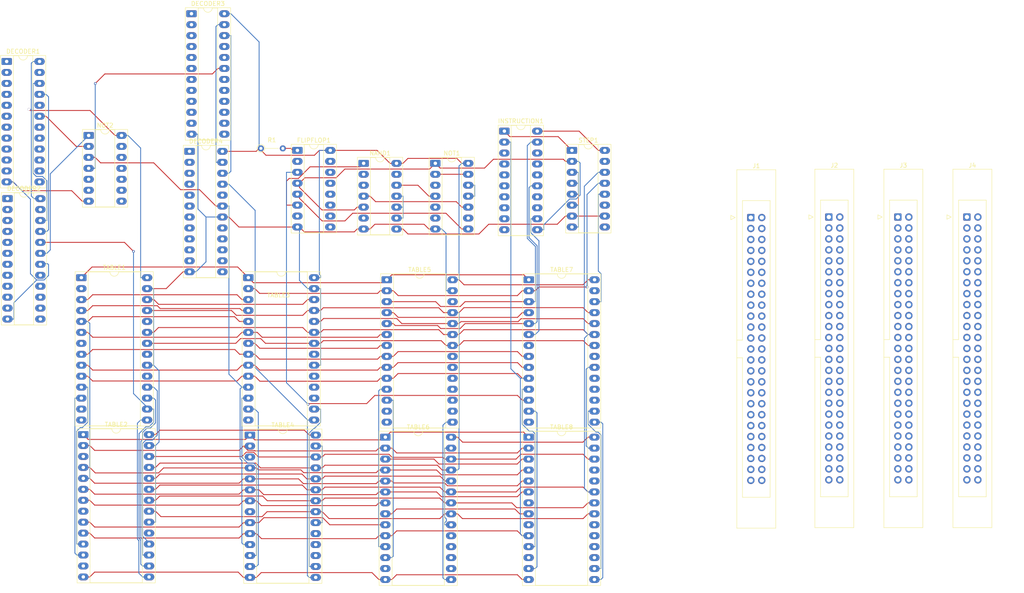
<source format=kicad_pcb>
(kicad_pcb (version 20241229) (generator "pcbnew") (generator_version "9.0")
  (layers (0 "F.Cu" signal) (2 "B.Cu" signal) (13 "F.Paste" user) (15 "B.Paste" user) (5 "F.SilkS" user "F.Silkscreen") (7 "B.SilkS" user "B.Silkscreen") (1 "F.Mask" user) (3 "B.Mask" user) (25 "Edge.Cuts" user))
  (net 0 "")
  (net 1 "Net-(FLIPFLOP1A-Q)")
  (net 3 "/~{IntDisable}")
  (net 5 "VCC")
  (net 8 "/Clk")
  (net 10 "GND")
  (net 13 "/IntEnable")
  (net 14 "/~{Reset}")
  (net 16 "Net-(FLIPFLOP1A-~{R})")
  (net 17 "/BUS2")
  (net 18 "/BUS0")
  (net 19 "/STATE7")
  (net 20 "/STATE3")
  (net 21 "/STATE5")
  (net 22 "/BUS4")
  (net 23 "/STATE2")
  (net 24 "/BUS1")
  (net 25 "/STATE0")
  (net 26 "/BUS7")
  (net 27 "/BUS5")
  (net 28 "/BUS6")
  (net 29 "/STATE1")
  (net 30 "/BUS3")
  (net 31 "/STATE4")
  (net 32 "/STATE6")
  (net 33 "Net-(NAND1-Pad10)")
  (net 34 "/Pulse")
  (net 35 "Net-(STEP1-CEP)")
  (net 36 "/~{Halt}")
  (net 37 "Net-(NAND1-Pad12)")
  (net 38 "Net-(NAND1-Pad4)")
  (net 39 "/IRQ")
  (net 40 "/STATE16")
  (net 41 "/Wait")
  (net 42 "/~{Clk}")
  (net 43 "Net-(NOT1-Pad11)")
  (net 44 "/STATE15")
  (net 45 "/Reset")
  (net 48 "Net-(DECODER2-E1)")
  (net 51 "Net-(DECODER4-E1)")
  (net 54 "Net-(DECODER1-E1)")
  (net 57 "Net-(DECODER3-E1)")
  (net 58 "/STATE11")
  (net 60 "/STATE12")
  (net 61 "/STATE14")
  (net 62 "/~{SCClear}")
  (net 63 "/STATE13")
  (net 64 "Net-(TABLE1-D6)")
  (net 65 "/STATE8")
  (net 66 "Net-(TABLE1-D5)")
  (net 67 "Net-(TABLE1-D7)")
  (net 68 "Net-(DECODER1-A3)")
  (net 69 "Net-(DECODER1-A2)")
  (net 70 "Net-(DECODER1-A0)")
  (net 71 "Net-(DECODER1-A1)")
  (net 72 "/STATE9")
  (net 73 "/STATE10")
  (net 74 "Net-(DECODER3-A1)")
  (net 75 "Net-(DECODER3-A0)")
  (net 76 "Net-(DECODER3-A3)")
  (net 77 "Net-(TABLE3-D7)")
  (net 78 "Net-(DECODER3-A2)")
  (net 79 "Net-(TABLE5-D7)")
  (net 80 "Net-(TABLE5-D3)")
  (net 81 "Net-(TABLE5-D4)")
  (net 82 "Net-(TABLE5-D5)")
  (net 83 "Net-(TABLE5-D6)")
  (net 84 "Net-(TABLE5-D1)")
  (net 85 "Net-(TABLE5-D0)")
  (net 86 "Net-(TABLE5-D2)")
  (net 87 "unconnected-(TABLE7-D4-Pad16)")
  (net 88 "Net-(TABLE7-D2)")
  (net 92 "Net-(TABLE7-D3)")
  (footprint "Connector_IDC:IDC-Header_2x25_P2.54mm_Latch_Vertical" (layer "F.Cu") (at 243 78)
    (property "Reference" "J4")
    (property "Value" "Conn_02x25_Counter_Clockwise")
  )
  (footprint "Package_DIP:DIP-14_W7.62mm_Socket_LongPads" (layer "F.Cu") (at 103.1843 65.54)
    (property "Reference" "NAND1")
    (property "Value" "74LS00")
  )
  (footprint "Package_DIP:DIP-14_W7.62mm_Socket_LongPads" (layer "F.Cu") (at 119.8043 65.54)
    (property "Reference" "NOT1")
    (property "Value" "74LS04")
  )
  (footprint "Package_DIP:DIP-28_W15.24mm_Socket_LongPads" (layer "F.Cu") (at 76.47 92.06)
    (property "Reference" "TABLE3")
    (property "Value" "28C256")
  )
  (footprint "Package_DIP:DIP-16_W7.62mm_Socket_LongPads" (layer "F.Cu") (at 151.46 62.54)
    (property "Reference" "STEP1")
    (property "Value" "74LS161")
  )
  (footprint "Connector_IDC:IDC-Header_2x25_P2.54mm_Latch_Vertical" (layer "F.Cu") (at 192.92 78.12)
    (property "Reference" "J1")
    (property "Value" "Conn_02x25_Counter_Clockwise")
  )
  (footprint "Resistor_THT:R_Axial_DIN0204_L3.6mm_D1.6mm_P5.08mm_Vertical" (layer "F.Cu") (at 79.38 62.08)
    (property "Reference" "R1")
    (property "Value" "5kOhm")
  )
  (footprint "Package_DIP:DIP-14_W7.62mm_Socket_LongPads" (layer "F.Cu") (at 39.46 59.08)
    (property "Reference" "NOT2")
    (property "Value" "74LS04")
  )
  (footprint "Connector_IDC:IDC-Header_2x25_P2.54mm_Latch_Vertical" (layer "F.Cu") (at 227 78)
    (property "Reference" "J3")
    (property "Value" "Conn_02x25_Counter_Clockwise")
  )
  (footprint "Package_DIP:DIP-28_W15.24mm_Socket_LongPads" (layer "F.Cu") (at 76.84 128.57)
    (property "Reference" "TABLE4")
    (property "Value" "28C256")
  )
  (footprint "Package_DIP:DIP-28_W15.24mm_Socket_LongPads" (layer "F.Cu") (at 141.43 129.06)
    (property "Reference" "TABLE8")
    (property "Value" "28C256")
  )
  (footprint "Package_DIP:DIP-24_W7.62mm_Socket_LongPads" (layer "F.Cu") (at 20.65 73.725)
    (property "Reference" "DECODER2")
    (property "Value" "74LS154")
  )
  (footprint "Package_DIP:DIP-24_W7.62mm_Socket_LongPads" (layer "F.Cu") (at 62.84 62.76)
    (property "Reference" "DECODER4")
    (property "Value" "74LS154")
  )
  (footprint "Package_DIP:DIP-24_W7.62mm_Socket_LongPads" (layer "F.Cu") (at 20.46 41.92)
    (property "Reference" "DECODER1")
    (property "Value" "74LS154")
  )
  (footprint "Package_DIP:DIP-20_W7.62mm_Socket_LongPads" (layer "F.Cu") (at 135.8043 58.08)
    (property "Reference" "INSTRUCTION1")
    (property "Value" "74LS273")
  )
  (footprint "Package_DIP:DIP-28_W15.24mm_Socket_LongPads" (layer "F.Cu") (at 108.55 92.55)
    (property "Reference" "TABLE5")
    (property "Value" "28C256")
  )
  (footprint "Package_DIP:DIP-24_W7.62mm_Socket_LongPads" (layer "F.Cu") (at 63.29 30.84)
    (property "Reference" "DECODER3")
    (property "Value" "74LS154")
  )
  (footprint "Connector_IDC:IDC-Header_2x25_P2.54mm_Latch_Vertical" (layer "F.Cu") (at 211 78)
    (property "Reference" "J2")
    (property "Value" "Conn_02x25_Counter_Clockwise")
  )
  (footprint "Package_DIP:DIP-16_W7.62mm_Socket_LongPads" (layer "F.Cu") (at 87.84 62.54)
    (property "Reference" "FLIPFLOP1")
    (property "Value" "74LS109")
  )
  (footprint "Package_DIP:DIP-28_W15.24mm_Socket_LongPads" (layer "F.Cu") (at 37.77 92.06)
    (property "Reference" "TABLE1")
    (property "Value" "28C256")
  )
  (footprint "Package_DIP:DIP-28_W15.24mm_Socket_LongPads" (layer "F.Cu") (at 141.46 92.55)
    (property "Reference" "TABLE7")
    (property "Value" "28C256")
  )
  (footprint "Package_DIP:DIP-28_W15.24mm_Socket_LongPads" (layer "F.Cu") (at 108.22 129.06)
    (property "Reference" "TABLE6")
    (property "Value" "28C256")
  )
  (footprint "Package_DIP:DIP-28_W15.24mm_Socket_LongPads" (layer "F.Cu") (at 38.22 128.46)
    (property "Reference" "TABLE2")
    (property "Value" "28C256")
  )
  (segment (start 102.3743 66.35) (end 103.1843 65.54) (width 0.2) (layer "F.Cu") (net 1))
  (segment (start 85.3026 69.6839) (end 85.9282 69.0583) (width 0.2) (layer "F.Cu") (net 1))
  (segment (start 85.3026 75.24) (end 85.3026 69.6839) (width 0.2) (layer "F.Cu") (net 1))
  (segment (start 86.8043 75.24) (end 85.3026 75.24) (width 0.2) (layer "F.Cu") (net 1))
  (segment (start 85.9282 69.0583) (end 88.0603 69.0583) (width 0.2) (layer "F.Cu") (net 1))
  (segment (start 88.0603 69.0583) (end 90.7686 66.35) (width 0.2) (layer "F.Cu") (net 1))
  (segment (start 90.7686 66.35) (end 102.3743 66.35) (width 0.2) (layer "F.Cu") (net 1))
  (segment (start 141.46 120.49) (end 139.9583 120.49) (width 0.2) (layer "F.Cu") (net 3))
  (segment (start 90.4919 121.27) (end 103.8963 121.27) (width 0.2) (layer "F.Cu") (net 3))
  (segment (start 90.3162 121.4457) (end 90.4919 121.27) (width 0.2) (layer "F.Cu") (net 3))
  (segment (start 105.7875 119.3788) (end 138.8471 119.3788) (width 0.2) (layer "F.Cu") (net 3))
  (segment (start 138.8471 119.3788) (end 139.9583 120.49) (width 0.2) (layer "F.Cu") (net 3))
  (segment (start 103.8963 121.27) (end 105.7875 119.3788) (width 0.2) (layer "F.Cu") (net 3))
  (via (at 90.3162 121.4457) (size 0.6) (drill 0.3) (layers "F.Cu" "B.Cu") (net 3))
  (segment (start 90.3162 121.4457) (end 85.3026 116.4321) (width 0.2) (layer "B.Cu") (net 3))
  (segment (start 86.8043 67.62) (end 85.3026 67.62) (width 0.2) (layer "B.Cu") (net 3))
  (segment (start 85.3026 116.4321) (end 85.3026 67.62) (width 0.2) (layer "B.Cu") (net 3))
  (segment (start 80.5551 63.6651) (end 78.97 62.08) (width 0.2) (layer "F.Cu") (net 5))
  (segment (start 156.67 129.06) (end 155.1683 129.06) (width 0.2) (layer "F.Cu") (net 5))
  (segment (start 89.4611 127.4528) (end 55.9689 127.4528) (width 0.2) (layer "F.Cu") (net 5))
  (segment (start 110.8043 65.54) (end 109.3026 65.54) (width 0.2) (layer "F.Cu") (net 5))
  (segment (start 53.46 128.46) (end 54.9617 128.46) (width 0.2) (layer "F.Cu") (net 5))
  (segment (start 111.5552 65.54) (end 112.306 65.54) (width 0.2) (layer "F.Cu") (net 5))
  (segment (start 126.1288 130.2271) (end 124.9617 129.06) (width 0.2) (layer "F.Cu") (net 5))
  (segment (start 47.08 59.08) (end 45.5783 59.08) (width 0.2) (layer "F.Cu") (net 5))
  (segment (start 25.6032 53.023) (end 25.8744 53.2942) (width 0.2) (layer "F.Cu") (net 5))
  (segment (start 155.1983 92.55) (end 154.0312 93.7171) (width 0.2) (layer "F.Cu") (net 5))
  (segment (start 156.7 92.55) (end 155.1983 92.55) (width 0.2) (layer "F.Cu") (net 5))
  (segment (start 124.7922 64.4096) (end 113.4364 64.4096) (width 0.2) (layer "F.Cu") (net 5))
  (segment (start 90.5783 128.57) (end 89.4611 127.4528) (width 0.2) (layer "F.Cu") (net 5))
  (segment (start 111.5552 65.54) (end 110.8043 65.54) (width 0.2) (layer "F.Cu") (net 5))
  (segment (start 70.46 62.76) (end 78.29 62.76) (width 0.2) (layer "F.Cu") (net 5))
  (segment (start 125.9226 65.54) (end 124.7922 64.4096) (width 0.2) (layer "F.Cu") (net 5))
  (segment (start 109.3026 65.54) (end 106.3026 62.54) (width 0.2) (layer "F.Cu") (net 5))
  (segment (start 113.4364 64.4096) (end 112.306 65.54) (width 0.2) (layer "F.Cu") (net 5))
  (segment (start 157.5783 62.54) (end 153.1183 58.08) (width 0.2) (layer "F.Cu") (net 5))
  (segment (start 123.79 92.55) (end 125.2917 92.55) (width 0.2) (layer "F.Cu") (net 5))
  (segment (start 94.4243 62.54) (end 92.9226 62.54) (width 0.2) (layer "F.Cu") (net 5))
  (segment (start 92.08 128.57) (end 90.5783 128.57) (width 0.2) (layer "F.Cu") (net 5))
  (segment (start 153.1183 58.08) (end 143.4243 58.08) (width 0.2) (layer "F.Cu") (net 5))
  (segment (start 91.7975 63.6651) (end 80.5551 63.6651) (width 0.2) (layer "F.Cu") (net 5))
  (segment (start 92.9226 62.54) (end 91.7975 63.6651) (width 0.2) (layer "F.Cu") (net 5))
  (segment (start 123.46 129.06) (end 124.9617 129.06) (width 0.2) (layer "F.Cu") (net 5))
  (segment (start 154.0312 93.7171) (end 126.4588 93.7171) (width 0.2) (layer "F.Cu") (net 5))
  (segment (start 25.8744 53.2942) (end 39.7925 53.2942) (width 0.2) (layer "F.Cu") (net 5))
  (segment (start 154.0012 130.2271) (end 126.1288 130.2271) (width 0.2) (layer "F.Cu") (net 5))
  (segment (start 127.4243 65.54) (end 125.9226 65.54) (width 0.2) (layer "F.Cu") (net 5))
  (segment (start 55.9689 127.4528) (end 54.9617 128.46) (width 0.2) (layer "F.Cu") (net 5))
  (segment (start 155.1683 129.06) (end 154.0012 130.2271) (width 0.2) (layer "F.Cu") (net 5))
  (segment (start 78.29 62.76) (end 78.97 62.08) (width 0.2) (layer "F.Cu") (net 5))
  (segment (start 39.7925 53.2942) (end 45.5783 59.08) (width 0.2) (layer "F.Cu") (net 5))
  (segment (start 159.08 62.54) (end 157.5783 62.54) (width 0.2) (layer "F.Cu") (net 5))
  (segment (start 126.4588 93.7171) (end 125.2917 92.55) (width 0.2) (layer "F.Cu") (net 5))
  (segment (start 106.3026 62.54) (end 94.4243 62.54) (width 0.2) (layer "F.Cu") (net 5))
  (via (at 25.6032 53.023) (size 0.6) (drill 1) (layers "F.Cu" "B.Cu") (net 5))
  (segment (start 53.01 92.06) (end 51.5083 92.06) (width 0.2) (layer "B.Cu") (net 5))
  (segment (start 26.1766 53.023) (end 26.1766 73.1333) (width 0.2) (layer "B.Cu") (net 5))
  (segment (start 70.91 30.84) (end 72.4117 30.84) (width 0.2) (layer "B.Cu") (net 5))
  (segment (start 26.1766 42.3217) (end 26.1766 53.023) (width 0.2) (layer "B.Cu") (net 5))
  (segment (start 26.1766 73.1333) (end 26.7683 73.725) (width 0.2) (layer "B.Cu") (net 5))
  (segment (start 123.79 92.55) (end 125.2917 92.55) (width 0.2) (layer "B.Cu") (net 5))
  (segment (start 125.2917 92.55) (end 125.2917 66.1709) (width 0.2) (layer "B.Cu") (net 5))
  (segment (start 91.71 92.06) (end 93.2117 92.06) (width 0.2) (layer "B.Cu") (net 5))
  (segment (start 92.9226 91.3145) (end 92.9226 62.54) (width 0.2) (layer "B.Cu") (net 5))
  (segment (start 93.2117 91.6036) (end 92.9226 91.3145) (width 0.2) (layer "B.Cu") (net 5))
  (segment (start 127.4243 65.54) (end 125.9226 65.54) (width 0.2) (layer "B.Cu") (net 5))
  (segment (start 51.5083 62.0066) (end 48.5817 59.08) (width 0.2) (layer "B.Cu") (net 5))
  (segment (start 47.08 59.08) (end 48.5817 59.08) (width 0.2) (layer "B.Cu") (net 5))
  (segment (start 28.08 41.92) (end 26.5783 41.92) (width 0.2) (layer "B.Cu") (net 5))
  (segment (start 94.4243 62.54) (end 92.9226 62.54) (width 0.2) (layer "B.Cu") (net 5))
  (segment (start 72.4117 30.84) (end 78.97 37.3983) (width 0.2) (layer "B.Cu") (net 5))
  (segment (start 28.27 73.725) (end 26.7683 73.725) (width 0.2) (layer "B.Cu") (net 5))
  (segment (start 26.1766 53.023) (end 25.6032 53.023) (width 0.2) (layer "B.Cu") (net 5))
  (segment (start 78.97 37.3983) (end 78.97 62.08) (width 0.2) (layer "B.Cu") (net 5))
  (segment (start 26.5783 41.92) (end 26.1766 42.3217) (width 0.2) (layer "B.Cu") (net 5))
  (segment (start 93.2117 92.06) (end 93.2117 91.6036) (width 0.2) (layer "B.Cu") (net 5))
  (segment (start 125.2917 66.1709) (end 125.9226 65.54) (width 0.2) (layer "B.Cu") (net 5))
  (segment (start 51.5083 92.06) (end 51.5083 62.0066) (width 0.2) (layer "B.Cu") (net 5))
  (segment (start 103.1843 75.7) (end 101.6826 75.7) (width 0.2) (layer "F.Cu") (net 8))
  (segment (start 98.8321 66.8739) (end 96.816 68.89) (width 0.2) (layer "F.Cu") (net 8))
  (segment (start 86.8043 70.16) (end 88.306 70.16) (width 0.2) (layer "F.Cu") (net 8))
  (segment (start 101.0245 76.3581) (end 93.5249 76.3581) (width 0.2) (layer "F.Cu") (net 8))
  (segment (start 120.9125 66.6482) (end 131.2144 66.6482) (width 0.2) (layer "F.Cu") (net 8))
  (segment (start 119.8043 65.54) (end 120.9125 66.6482) (width 0.2) (layer "F.Cu") (net 8))
  (segment (start 119.8043 65.54) (end 118.4704 66.8739) (width 0.2) (layer "F.Cu") (net 8))
  (segment (start 133.2701 64.5925) (end 149.4708 64.5925) (width 0.2) (layer "F.Cu") (net 8))
  (segment (start 96.816 68.89) (end 89.576 68.89) (width 0.2) (layer "F.Cu") (net 8))
  (segment (start 149.4708 64.5925) (end 149.9583 65.08) (width 0.2) (layer "F.Cu") (net 8))
  (segment (start 89.576 68.89) (end 88.306 70.16) (width 0.2) (layer "F.Cu") (net 8))
  (segment (start 93.5249 76.3581) (end 88.306 71.1392) (width 0.2) (layer "F.Cu") (net 8))
  (segment (start 88.306 71.1392) (end 88.306 70.16) (width 0.2) (layer "F.Cu") (net 8))
  (segment (start 101.6826 75.7) (end 101.0245 76.3581) (width 0.2) (layer "F.Cu") (net 8))
  (segment (start 151.46 65.08) (end 149.9583 65.08) (width 0.2) (layer "F.Cu") (net 8))
  (segment (start 118.4704 66.8739) (end 98.8321 66.8739) (width 0.2) (layer "F.Cu") (net 8))
  (segment (start 131.2144 66.6482) (end 133.2701 64.5925) (width 0.2) (layer "F.Cu") (net 8))
  (segment (start 144.926 79.8137) (end 150.9113 73.8284) (width 0.2) (layer "B.Cu") (net 8))
  (segment (start 150.9113 73.8284) (end 152.4378 73.8284) (width 0.2) (layer "B.Cu") (net 8))
  (segment (start 143.4243 80.94) (end 144.926 80.94) (width 0.2) (layer "B.Cu") (net 8))
  (segment (start 153.3639 72.9023) (end 153.3639 65.4822) (width 0.2) (layer "B.Cu") (net 8))
  (segment (start 151.46 65.08) (end 152.9617 65.08) (width 0.2) (layer "B.Cu") (net 8))
  (segment (start 144.926 80.94) (end 144.926 79.8137) (width 0.2) (layer "B.Cu") (net 8))
  (segment (start 152.4378 73.8284) (end 153.3639 72.9023) (width 0.2) (layer "B.Cu") (net 8))
  (segment (start 153.3639 65.4822) (end 152.9617 65.08) (width 0.2) (layer "B.Cu") (net 8))
  (segment (start 76.84 161.59) (end 78.3417 161.59) (width 0.2) (layer "F.Cu") (net 10))
  (segment (start 151.46 75.24) (end 152.9617 75.24) (width 0.2) (layer "F.Cu") (net 10))
  (segment (start 40.8329 160.3688) (end 74.1171 160.3688) (width 0.2) (layer "F.Cu") (net 10))
  (segment (start 23.9892 71.8875) (end 21.9617 69.86) (width 0.2) (layer "F.Cu") (net 10))
  (segment (start 139.9283 162.08) (end 138.8171 160.9688) (width 0.2) (layer "F.Cu") (net 10))
  (segment (start 38.22 161.48) (end 39.7217 161.48) (width 0.2) (layer "F.Cu") (net 10))
  (segment (start 89.4357 81.4497) (end 101.0129 81.4497) (width 0.2) (layer "F.Cu") (net 10))
  (segment (start 141.43 162.08) (end 139.9283 162.08) (width 0.2) (layer "F.Cu") (net 10))
  (segment (start 103.1843 80.78) (end 101.6826 80.78) (width 0.2) (layer "F.Cu") (net 10))
  (segment (start 110.8329 160.9688) (end 109.7217 162.08) (width 0.2) (layer "F.Cu") (net 10))
  (segment (start 119.8043 80.78) (end 118.3026 80.78) (width 0.2) (layer "F.Cu") (net 10))
  (segment (start 39.46 74.32) (end 37.9583 74.32) (width 0.2) (layer "F.Cu") (net 10))
  (segment (start 138.8171 160.9688) (end 110.8329 160.9688) (width 0.2) (layer "F.Cu") (net 10))
  (segment (start 86.8043 80.32) (end 74.2817 80.32) (width 0.2) (layer "F.Cu") (net 10))
  (segment (start 39.7217 161.48) (end 40.8329 160.3688) (width 0.2) (layer "F.Cu") (net 10))
  (segment (start 151.46 72.7) (end 152.9617 72.7) (width 0.2) (layer "F.Cu") (net 10))
  (segment (start 105.1184 160.4801) (end 106.7183 162.08) (width 0.2) (layer "F.Cu") (net 10))
  (segment (start 20.46 69.86) (end 21.9617 69.86) (width 0.2) (layer "F.Cu") (net 10))
  (segment (start 74.1171 160.3688) (end 75.3383 161.59) (width 0.2) (layer "F.Cu") (net 10))
  (segment (start 86.8043 80.32) (end 88.306 80.32) (width 0.2) (layer "F.Cu") (net 10))
  (segment (start 88.306 80.32) (end 89.4357 81.4497) (width 0.2) (layer "F.Cu") (net 10))
  (segment (start 79.4516 160.4801) (end 105.1184 160.4801) (width 0.2) (layer "F.Cu") (net 10))
  (segment (start 118.3026 80.78) (end 117.1914 79.6688) (width 0.2) (layer "F.Cu") (net 10))
  (segment (start 62.84 90.7) (end 61.3383 90.7) (width 0.2) (layer "F.Cu") (net 10))
  (segment (start 108.22 162.08) (end 109.7217 162.08) (width 0.2) (layer "F.Cu") (net 10))
  (segment (start 37.9583 74.32) (end 35.5258 71.8875) (width 0.2) (layer "F.Cu") (net 10))
  (segment (start 70.46 78) (end 71.9617 78) (width 0.2) (layer "F.Cu") (net 10))
  (segment (start 108.22 162.08) (end 106.7183 162.08) (width 0.2) (layer "F.Cu") (net 10))
  (segment (start 76.19 161.59) (end 75.3383 161.59) (width 0.2) (layer "F.Cu") (net 10))
  (segment (start 105.7972 79.6688) (end 104.686 80.78) (width 0.2) (layer "F.Cu") (net 10))
  (segment (start 35.5258 71.8875) (end 23.9892 71.8875) (width 0.2) (layer "F.Cu") (net 10))
  (segment (start 74.2817 80.32) (end 71.9617 78) (width 0.2) (layer "F.Cu") (net 10))
  (segment (start 101.0129 81.4497) (end 101.6826 80.78) (width 0.2) (layer "F.Cu") (net 10))
  (segment (start 103.1843 80.78) (end 104.686 80.78) (width 0.2) (layer "F.Cu") (net 10))
  (segment (start 78.3417 161.59) (end 79.4516 160.4801) (width 0.2) (layer "F.Cu") (net 10))
  (segment (start 152.9617 75.24) (end 152.9617 72.7) (width 0.2) (layer "F.Cu") (net 10))
  (segment (start 57.4383 94.6) (end 61.3383 90.7) (width 0.2) (layer "F.Cu") (net 10))
  (segment (start 117.1914 79.6688) (end 105.7972 79.6688) (width 0.2) (layer "F.Cu") (net 10))
  (segment (start 53.01 94.6) (end 57.4383 94.6) (width 0.2) (layer "F.Cu") (net 10))
  (segment (start 76.19 161.59) (end 76.84 161.59) (width 0.2) (layer "F.Cu") (net 10))
  (segment (start 152.9617 67.62) (end 152.9617 70.16) (width 0.2) (layer "B.Cu") (net 10))
  (segment (start 27.4136 92.6067) (end 29.1264 92.6067) (width 0.2) (layer "B.Cu") (net 10))
  (segment (start 93.2117 112.38) (end 93.2117 94.6) (width 0.2) (layer "B.Cu") (net 10))
  (segment (start 93.2102 112.38) (end 93.2117 112.38) (width 0.2) (layer "B.Cu") (net 10))
  (segment (start 22.1517 97.8686) (end 27.4136 92.6067) (width 0.2) (layer "B.Cu") (net 10))
  (segment (start 122.2883 81.7623) (end 121.306 80.78) (width 0.2) (layer "B.Cu") (net 10))
  (segment (start 53.46 131) (end 54.8609 131) (width 0.2) (layer "B.Cu") (net 10))
  (segment (start 122.2883 95.09) (end 122.2883 81.7623) (width 0.2) (layer "B.Cu") (net 10))
  (segment (start 121.9583 149.38) (end 121.9583 148.9236) (width 0.2) (layer "B.Cu") (net 10))
  (segment (start 88.306 92.6977) (end 90.2083 94.6) (width 0.2) (layer "B.Cu") (net 10))
  (segment (start 121.9583 148.9236) (end 122.3616 148.5203) (width 0.2) (layer "B.Cu") (net 10))
  (segment (start 91.71 94.6) (end 93.2117 94.6) (width 0.2) (layer "B.Cu") (net 10))
  (segment (start 54.9602 131) (end 54.9617 131) (width 0.2) (layer "B.Cu") (net 10))
  (segment (start 66.65 88.3917) (end 64.3417 90.7) (width 0.2) (layer "B.Cu") (net 10))
  (segment (start 151.46 72.7) (end 152.9617 72.7) (width 0.2) (layer "B.Cu") (net 10))
  (segment (start 25.9649 73.8632) (end 25.9649 91.158) (width 0.2) (layer "B.Cu") (net 10))
  (segment (start 54.8609 131) (end 54.9602 131) (width 0.2) (layer "B.Cu") (net 10))
  (segment (start 156.67 131.6) (end 155.2692 131.6) (width 0.2) (layer "B.Cu") (net 10))
  (segment (start 54.9617 131) (end 54.9617 148.78) (width 0.2) (layer "B.Cu") (net 10))
  (segment (start 66.65 78) (end 68.9583 78) (width 0.2) (layer "B.Cu") (net 10))
  (segment (start 93.5817 148.8899) (end 93.5817 148.89) (width 0.2) (layer "B.Cu") (net 10))
  (segment (start 151.46 75.24) (end 152.9617 75.24) (width 0.2) (layer "B.Cu") (net 10))
  (segment (start 92.08 131.11) (end 93.5817 131.11) (width 0.2) (layer "B.Cu") (net 10))
  (segment (start 93.5817 131.11) (end 93.5817 148.3543) (width 0.2) (layer "B.Cu") (net 10))
  (segment (start 93.1109 112.38) (end 93.2102 112.38) (width 0.2) (layer "B.Cu") (net 10))
  (segment (start 151.46 80.32) (end 152.9617 80.32) (width 0.2) (layer "B.Cu") (net 10))
  (segment (start 93.5802 148.3558) (end 93.5802 148.8884) (width 0.2) (layer "B.Cu") (net 10))
  (segment (start 123.79 95.09) (end 122.2883 95.09) (width 0.2) (layer "B.Cu") (net 10))
  (segment (start 156.7 112.87) (end 155.1983 112.87) (width 0.2) (layer "B.Cu") (net 10))
  (segment (start 154.7838 131.1146) (end 154.7838 113.2845) (width 0.2) (layer "B.Cu") (net 10))
  (segment (start 20.46 69.86) (end 21.9617 69.86) (width 0.2) (layer "B.Cu") (net 10))
  (segment (start 29.1264 92.6067) (end 30.1734 91.5597) (width 0.2) (layer "B.Cu") (net 10))
  (segment (start 122.3616 148.5203) (end 122.3616 148.0363) (width 0.2) (layer "B.Cu") (net 10))
  (segment (start 62.84 90.7) (end 64.3417 90.7) (width 0.2) (layer "B.Cu") (net 10))
  (segment (start 22.1517 101.665) (end 22.1517 97.8686) (width 0.2) (layer "B.Cu") (net 10))
  (segment (start 25.9649 91.158) (end 27.4136 92.6067) (width 0.2) (layer "B.Cu") (net 10))
  (segment (start 20.65 101.665) (end 22.1517 101.665) (width 0.2) (layer "B.Cu") (net 10))
  (segment (start 91.71 112.38) (end 93.1109 112.38) (width 0.2) (layer "B.Cu") (net 10))
  (segment (start 151.46 70.16) (end 152.9617 70.16) (width 0.2) (layer "B.Cu") (net 10))
  (segment (start 53.01 94.6) (end 54.5117 94.6) (width 0.2) (layer "B.Cu") (net 10))
  (segment (start 30.1734 91.5597) (end 30.1734 89.0551) (width 0.2) (layer "B.Cu") (net 10))
  (segment (start 151.46 67.62) (end 152.9617 67.62) (width 0.2) (layer "B.Cu") (net 10))
  (segment (start 66.65 78) (end 66.65 88.3917) (width 0.2) (layer "B.Cu") (net 10))
  (segment (start 152.9617 80.32) (end 152.9617 75.24) (width 0.2) (layer "B.Cu") (net 10))
  (segment (start 93.5817 148.3543) (end 93.5802 148.3558) (width 0.2) (layer "B.Cu") (net 10))
  (segment (start 53.46 148.78) (end 54.9617 148.78) (width 0.2) (layer "B.Cu") (net 10))
  (segment (start 30.1734 89.0551) (end 29.938 88.8197) (width 0.2) (layer "B.Cu") (net 10))
  (segment (start 86.8043 80.32) (end 88.306 80.32) (width 0.2) (layer "B.Cu") (net 10))
  (segment (start 64.7917 76.1417) (end 66.65 78) (width 0.2) (layer "B.Cu") (net 10))
  (segment (start 54.9602 131) (end 55.7778 130.1824) (width 0.2) (layer "B.Cu") (net 10))
  (segment (start 28.4153 88.8197) (end 28.27 88.965) (width 0.2) (layer "B.Cu") (net 10))
  (segment (start 119.8043 80.78) (end 121.306 80.78) (width 0.2) (layer "B.Cu") (net 10))
  (segment (start 64.7917 58.78) (end 64.7917 76.1417) (width 0.2) (layer "B.Cu") (net 10))
  (segment (start 93.5802 148.8884) (end 93.5817 148.8899) (width 0.2) (layer "B.Cu") (net 10))
  (segment (start 91.71 94.6) (end 90.2083 94.6) (width 0.2) (layer "B.Cu") (net 10))
  (segment (start 122.3616 148.0363) (end 121.9583 147.633) (width 0.2) (layer "B.Cu") (net 10))
  (segment (start 29.938 88.8197) (end 28.4153 88.8197) (width 0.2) (layer "B.Cu") (net 10))
  (segment (start 55.7778 113.6461) (end 54.5117 112.38) (width 0.2) (layer "B.Cu") (net 10))
  (segment (start 123.46 131.6) (end 121.9583 131.6) (width 0.2) (layer "B.Cu") (net 10))
  (segment (start 70.46 78) (end 68.9583 78) (width 0.2) (layer "B.Cu") (net 10))
  (segment (start 92.08 148.89) (end 93.5817 148.89) (width 0.2) (layer "B.Cu") (net 10))
  (segment (start 123.46 149.38) (end 121.9583 149.38) (width 0.2) (layer "B.Cu") (net 10))
  (segment (start 53.01 112.38) (end 54.5117 112.38) (width 0.2) (layer "B.Cu") (net 10))
  (segment (start 88.306 80.32) (end 88.306 92.6977) (width 0.2) (layer "B.Cu") (net 10))
  (segment (start 21.9617 69.86) (end 25.9649 73.8632) (width 0.2) (layer "B.Cu") (net 10))
  (segment (start 121.9583 147.633) (end 121.9583 131.6) (width 0.2) (layer "B.Cu") (net 10))
  (segment (start 155.2692 131.6) (end 154.7838 131.1146) (width 0.2) (layer "B.Cu") (net 10))
  (segment (start 152.9617 72.7) (end 152.9617 70.16) (width 0.2) (layer "B.Cu") (net 10))
  (segment (start 54.5117 112.38) (end 54.5117 94.6) (width 0.2) (layer "B.Cu") (net 10))
  (segment (start 63.29 58.78) (end 64.7917 58.78) (width 0.2) (layer "B.Cu") (net 10))
  (segment (start 154.7838 113.2845) (end 155.1983 112.87) (width 0.2) (layer "B.Cu") (net 10))
  (segment (start 55.7778 130.1824) (end 55.7778 113.6461) (width 0.2) (layer "B.Cu") (net 10))
  (segment (start 141.46 117.95) (end 139.9583 117.95) (width 0.2) (layer "B.Cu") (net 13))
  (segment (start 142.9327 154.459) (end 142.9317 154.46) (width 0.2) (layer "B.Cu") (net 13))
  (segment (start 141.43 154.46) (end 142.9317 154.46) (width 0.2) (layer "B.Cu") (net 13))
  (segment (start 142.318 127.6664) (end 142.9327 128.2811) (width 0.2) (layer "B.Cu") (net 13))
  (segment (start 139.9583 126.0577) (end 141.567 127.6664) (width 0.2) (layer "B.Cu") (net 13))
  (segment (start 141.567 127.6664) (end 142.318 127.6664) (width 0.2) (layer "B.Cu") (net 13))
  (segment (start 139.9583 117.95) (end 139.9583 126.0577) (width 0.2) (layer "B.Cu") (net 13))
  (segment (start 142.9327 128.2811) (end 142.9327 154.459) (width 0.2) (layer "B.Cu") (net 13))
  (segment (start 100.6446 77.118) (end 122.2606 77.118) (width 0.2) (layer "F.Cu") (net 14))
  (segment (start 148.27 59.35) (end 137.0743 59.35) (width 0.2) (layer "F.Cu") (net 14))
  (segment (start 127.4243 80.78) (end 125.9226 80.78) (width 0.2) (layer "F.Cu") (net 14))
  (segment (start 88.306 73.6386) (end 93.5774 78.91) (width 0.2) (layer "F.Cu") (net 14))
  (segment (start 88.306 72.7) (end 88.306 73.6386) (width 0.2) (layer "F.Cu") (net 14))
  (segment (start 86.8043 72.7) (end 88.306 72.7) (width 0.2) (layer "F.Cu") (net 14))
  (segment (start 98.8526 78.91) (end 100.6446 77.118) (width 0.2) (layer "F.Cu") (net 14))
  (segment (start 93.5774 78.91) (end 98.8526 78.91) (width 0.2) (layer "F.Cu") (net 14))
  (segment (start 137.0743 59.35) (end 135.8043 58.08) (width 0.2) (layer "F.Cu") (net 14))
  (segment (start 151.46 62.54) (end 148.27 59.35) (width 0.2) (layer "F.Cu") (net 14))
  (segment (start 122.2606 77.118) (end 125.9226 80.78) (width 0.2) (layer "F.Cu") (net 14))
  (segment (start 84.05 62.08) (end 86.3443 62.08) (width 0.2) (layer "F.Cu") (net 16))
  (segment (start 86.3443 62.08) (end 86.8043 62.54) (width 0.2) (layer "F.Cu") (net 16))
  (segment (start 120.6383 135.2893) (end 119.489 134.14) (width 0.2) (layer "F.Cu") (net 19))
  (segment (start 119.489 134.14) (end 108.22 134.14) (width 0.2) (layer "F.Cu") (net 19))
  (segment (start 141.46 97.63) (end 126.7061 97.63) (width 0.2) (layer "F.Cu") (net 19))
  (segment (start 73.8571 96.0288) (end 74.9683 97.14) (width 0.2) (layer "F.Cu") (net 19))
  (segment (start 40.3829 96.0288) (end 73.8571 96.0288) (width 0.2) (layer "F.Cu") (net 19))
  (segment (start 126.7061 97.63) (end 125.5833 98.7528) (width 0.2) (layer "F.Cu") (net 19))
  (segment (start 138.779 135.2893) (end 120.6383 135.2893) (width 0.2) (layer "F.Cu") (net 19))
  (segment (start 121.0125 98.7528) (end 119.8897 97.63) (width 0.2) (layer "F.Cu") (net 19))
  (segment (start 141.43 134.14) (end 139.9283 134.14) (width 0.2) (layer "F.Cu") (net 19))
  (segment (start 76.47 97.14) (end 74.9683 97.14) (width 0.2) (layer "F.Cu") (net 19))
  (segment (start 119.8897 97.63) (end 108.55 97.63) (width 0.2) (layer "F.Cu") (net 19))
  (segment (start 139.9283 134.14) (end 138.779 135.2893) (width 0.2) (layer "F.Cu") (net 19))
  (segment (start 37.77 97.14) (end 39.2717 97.14) (width 0.2) (layer "F.Cu") (net 19))
  (segment (start 39.2717 97.14) (end 40.3829 96.0288) (width 0.2) (layer "F.Cu") (net 19))
  (segment (start 125.5833 98.7528) (end 121.0125 98.7528) (width 0.2) (layer "F.Cu") (net 19))
  (segment (start 141.1192 61.4234) (end 141.1192 82.9579) (width 0.2) (layer "B.Cu") (net 19))
  (segment (start 141.9226 60.62) (end 141.1192 61.4234) (width 0.2) (layer "B.Cu") (net 19))
  (segment (start 142.9942 84.8329) (end 142.9942 97.5975) (width 0.2) (layer "B.Cu") (net 19))
  (segment (start 141.46 97.63) (end 142.9617 97.63) (width 0.2) (layer "B.Cu") (net 19))
  (segment (start 141.1192 82.9579) (end 142.9942 84.8329) (width 0.2) (layer "B.Cu") (net 19))
  (segment (start 142.9942 97.5975) (end 142.9617 97.63) (width 0.2) (layer "B.Cu") (net 19))
  (segment (start 143.4243 60.62) (end 141.9226 60.62) (width 0.2) (layer "B.Cu") (net 19))
  (segment (start 76.84 143.81) (end 78.3417 143.81) (width 0.2) (layer "F.Cu") (net 20))
  (segment (start 39.7217 143.7) (end 40.8465 144.8248) (width 0.2) (layer "F.Cu") (net 20))
  (segment (start 106.0859 144.9324) (end 106.7183 144.3) (width 0.2) (layer "F.Cu") (net 20))
  (segment (start 108.22 144.3) (end 106.7183 144.3) (width 0.2) (layer "F.Cu") (net 20))
  (segment (start 106.3893 108.449) (end 79.1207 108.449) (width 0.2) (layer "F.Cu") (net 20))
  (segment (start 108.55 107.79) (end 107.0483 107.79) (width 0.2) (layer "F.Cu") (net 20))
  (segment (start 76.47 107.3) (end 77.9717 107.3) (width 0.2) (layer "F.Cu") (net 20))
  (segment (start 78.3417 143.81) (end 79.4641 144.9324) (width 0.2) (layer "F.Cu") (net 20))
  (segment (start 107.0483 107.79) (end 106.3893 108.449) (width 0.2) (layer "F.Cu") (net 20))
  (segment (start 79.4641 144.9324) (end 106.0859 144.9324) (width 0.2) (layer "F.Cu") (net 20))
  (segment (start 74.3235 144.8248) (end 75.3383 143.81) (width 0.2) (layer "F.Cu") (net 20))
  (segment (start 38.22 143.7) (end 39.7217 143.7) (width 0.2) (layer "F.Cu") (net 20))
  (segment (start 76.84 143.81) (end 75.3383 143.81) (width 0.2) (layer "F.Cu") (net 20))
  (segment (start 79.1207 108.449) (end 77.9717 107.3) (width 0.2) (layer "F.Cu") (net 20))
  (segment (start 40.8465 144.8248) (end 74.3235 144.8248) (width 0.2) (layer "F.Cu") (net 20))
  (segment (start 74.4003 102.22) (end 74.9683 102.22) (width 0.2) (layer "F.Cu") (net 21))
  (segment (start 39.2717 102.22) (end 40.3829 101.1088) (width 0.2) (layer "F.Cu") (net 21))
  (segment (start 121.9586 139.6767) (end 122.6166 140.3347) (width 0.2) (layer "F.Cu") (net 21))
  (segment (start 108.22 139.22) (end 109.7217 139.22) (width 0.2) (layer "F.Cu") (net 21))
  (segment (start 126.7061 102.71) (end 141.46 102.71) (width 0.2) (layer "F.Cu") (net 21))
  (segment (start 40.8466 139.7449) (end 74.3234 139.7449) (width 0.2) (layer "F.Cu") (net 21))
  (segment (start 74.3234 139.7449) (end 75.3383 138.73) (width 0.2) (layer "F.Cu") (net 21))
  (segment (start 106.0984 139.8399) (end 89.2189 139.8399) (width 0.2) (layer "F.Cu") (net 21))
  (segment (start 88.109 138.73) (end 76.84 138.73) (width 0.2) (layer "F.Cu") (net 21))
  (segment (start 110.1784 139.6767) (end 121.9586 139.6767) (width 0.2) (layer "F.Cu") (net 21))
  (segment (start 141.43 139.22) (end 139.9283 139.22) (width 0.2) (layer "F.Cu") (net 21))
  (segment (start 89.2189 139.8399) (end 88.109 138.73) (width 0.2) (layer "F.Cu") (net 21))
  (segment (start 125.555 103.8611) (end 126.7061 102.71) (width 0.2) (layer "F.Cu") (net 21))
  (segment (start 73.2891 101.1088) (end 74.4003 102.22) (width 0.2) (layer "F.Cu") (net 21))
  (segment (start 76.47 102.22) (end 74.9683 102.22) (width 0.2) (layer "F.Cu") (net 21))
  (segment (start 108.55 102.71) (end 110.0517 102.71) (width 0.2) (layer "F.Cu") (net 21))
  (segment (start 39.7217 138.62) (end 40.8466 139.7449) (width 0.2) (layer "F.Cu") (net 21))
  (segment (start 106.7183 139.22) (end 106.0984 139.8399) (width 0.2) (layer "F.Cu") (net 21))
  (segment (start 40.3829 101.1088) (end 73.2891 101.1088) (width 0.2) (layer "F.Cu") (net 21))
  (segment (start 76.84 138.73) (end 75.3383 138.73) (width 0.2) (layer "F.Cu") (net 21))
  (segment (start 38.22 138.62) (end 39.7217 138.62) (width 0.2) (layer "F.Cu") (net 21))
  (segment (start 122.6166 140.3347) (end 138.8136 140.3347) (width 0.2) (layer "F.Cu") (net 21))
  (segment (start 37.77 102.22) (end 39.2717 102.22) (width 0.2) (layer "F.Cu") (net 21))
  (segment (start 109.7217 139.22) (end 110.1784 139.6767) (width 0.2) (layer "F.Cu") (net 21))
  (segment (start 110.5082 103.1665) (end 120.3462 103.1665) (width 0.2) (layer "F.Cu") (net 21))
  (segment (start 108.22 139.22) (end 106.7183 139.22) (width 0.2) (layer "F.Cu") (net 21))
  (segment (start 121.0408 103.8611) (end 125.555 103.8611) (width 0.2) (layer "F.Cu") (net 21))
  (segment (start 120.3462 103.1665) (end 121.0408 103.8611) (width 0.2) (layer "F.Cu") (net 21))
  (segment (start 110.0517 102.71) (end 110.5082 103.1665) (width 0.2) (layer "F.Cu") (net 21))
  (segment (start 138.8136 140.3347) (end 139.9283 139.22) (width 0.2) (layer "F.Cu") (net 21))
  (segment (start 39.7217 138.62) (end 39.7232 138.6185) (width 0.2) (layer "B.Cu") (net 21))
  (segment (start 37.77 102.22) (end 39.2717 102.22) (width 0.2) (layer "B.Cu") (net 21))
  (segment (start 143.4069 84.6775) (end 143.4069 102.2648) (width 0.2) (layer "B.Cu") (net 21))
  (segment (start 143.4069 102.2648) (end 142.9617 102.71) (width 0.2) (layer "B.Cu") (net 21))
  (segment (start 141.5209 71.1817) (end 141.5209 82.7915) (width 0.2) (layer "B.Cu") (net 21))
  (segment (start 39.7232 138.6185) (end 39.7232 102.6715) (width 0.2) (layer "B.Cu") (net 21))
  (segment (start 141.46 102.71) (end 142.9617 102.71) (width 0.2) (layer "B.Cu") (net 21))
  (segment (start 38.22 138.62) (end 39.7217 138.62) (width 0.2) (layer "B.Cu") (net 21))
  (segment (start 39.7232 102.6715) (end 39.2717 102.22) (width 0.2) (layer "B.Cu") (net 21))
  (segment (start 141.9226 70.78) (end 141.5209 71.1817) (width 0.2) (layer "B.Cu") (net 21))
  (segment (start 141.5209 82.7915) (end 143.4069 84.6775) (width 0.2) (layer "B.Cu") (net 21))
  (segment (start 143.4243 70.78) (end 141.9226 70.78) (width 0.2) (layer "B.Cu") (net 21))
  (segment (start 108.9709 146.84) (end 109.7217 146.84) (width 0.2) (layer "F.Cu") (net 23))
  (segment (start 106.4223 110.956) (end 107.0483 110.33) (width 0.2) (layer "F.Cu") (net 23))
  (segment (start 139.9583 110.33) (end 138.8332 109.2049) (width 0.2) (layer "F.Cu") (net 23))
  (segment (start 111.1768 109.2049) (end 110.0517 110.33) (width 0.2) (layer "F.Cu") (net 23))
  (segment (start 40.3829 108.7288) (end 73.3364 108.7288) (width 0.2) (layer "F.Cu") (net 23))
  (segment (start 108.55 110.33) (end 110.0517 110.33) (width 0.2) (layer "F.Cu") (net 23))
  (segment (start 138.8332 109.2049) (end 111.1768 109.2049) (width 0.2) (layer "F.Cu") (net 23))
  (segment (start 110.844 145.7177) (end 138.238 145.7177) (width 0.2) (layer "F.Cu") (net 23))
  (segment (start 108.55 110.33) (end 107.0483 110.33) (width 0.2) (layer "F.Cu") (net 23))
  (segment (start 79.0877 110.956) (end 106.4223 110.956) (width 0.2) (layer "F.Cu") (net 23))
  (segment (start 74.4476 109.84) (end 74.9683 109.84) (width 0.2) (layer "F.Cu") (net 23))
  (segment (start 141.46 110.33) (end 139.9583 110.33) (width 0.2) (layer "F.Cu") (net 23))
  (segment (start 73.3364 108.7288) (end 74.4476 109.84) (width 0.2) (layer "F.Cu") (net 23))
  (segment (start 138.238 145.7177) (end 139.3603 146.84) (width 0.2) (layer "F.Cu") (net 23))
  (segment (start 75.7192 109.84) (end 76.47 109.84) (width 0.2) (layer "F.Cu") (net 23))
  (segment (start 39.2717 109.84) (end 40.3829 108.7288) (width 0.2) (layer "F.Cu") (net 23))
  (segment (start 141.43 146.84) (end 139.9283 146.84) (width 0.2) (layer "F.Cu") (net 23))
  (segment (start 77.9717 109.84) (end 79.0877 110.956) (width 0.2) (layer "F.Cu") (net 23))
  (segment (start 109.7217 146.84) (end 110.844 145.7177) (width 0.2) (layer "F.Cu") (net 23))
  (segment (start 37.77 109.84) (end 39.2717 109.84) (width 0.2) (layer "F.Cu") (net 23))
  (segment (start 76.47 109.84) (end 77.9717 109.84) (width 0.2) (layer "F.Cu") (net 23))
  (segment (start 108.9709 146.84) (end 108.22 146.84) (width 0.2) (layer "F.Cu") (net 23))
  (segment (start 139.3603 146.84) (end 139.9283 146.84) (width 0.2) (layer "F.Cu") (net 23))
  (segment (start 75.7192 109.84) (end 74.9683 109.84) (width 0.2) (layer "F.Cu") (net 23))
  (segment (start 141.46 115.41) (end 139.9583 115.41) (width 0.2) (layer "F.Cu") (net 25))
  (segment (start 111.1629 114.2988) (end 110.0517 115.41) (width 0.2) (layer "F.Cu") (net 25))
  (segment (start 107.4692 151.92) (end 108.22 151.92) (width 0.2) (layer "F.Cu") (net 25))
  (segment (start 76.84 151.43) (end 75.3383 151.43) (width 0.2) (layer "F.Cu") (net 25))
  (segment (start 74.3234 152.4449) (end 75.3383 151.43) (width 0.2) (layer "F.Cu") (net 25))
  (segment (start 106.3659 116.0924) (end 79.1441 116.0924) (width 0.2) (layer "F.Cu") (net 25))
  (segment (start 79.1441 116.0924) (end 77.9717 114.92) (width 0.2) (layer "F.Cu") (net 25))
  (segment (start 40.8466 152.4449) (end 74.3234 152.4449) (width 0.2) (layer "F.Cu") (net 25))
  (segment (start 106.0359 152.6024) (end 79.5141 152.6024) (width 0.2) (layer "F.Cu") (net 25))
  (segment (start 107.0483 115.41) (end 106.3659 116.0924) (width 0.2) (layer "F.Cu") (net 25))
  (segment (start 77.2209 114.92) (end 77.9717 114.92) (width 0.2) (layer "F.Cu") (net 25))
  (segment (start 74.9683 114.92) (end 73.8572 116.0311) (width 0.2) (layer "F.Cu") (net 25))
  (segment (start 138.7995 150.7912) (end 139.9283 151.92) (width 0.2) (layer "F.Cu") (net 25))
  (segment (start 110.8505 150.7912) (end 138.7995 150.7912) (width 0.2) (layer "F.Cu") (net 25))
  (segment (start 40.3828 116.0311) (end 39.2717 114.92) (width 0.2) (layer "F.Cu") (net 25))
  (segment (start 76.84 151.43) (end 78.3417 151.43) (width 0.2) (layer "F.Cu") (net 25))
  (segment (start 76.47 114.92) (end 74.9683 114.92) (width 0.2) (layer "F.Cu") (net 25))
  (segment (start 138.8471 114.2988) (end 111.1629 114.2988) (width 0.2) (layer "F.Cu") (net 25))
  (segment (start 73.8572 116.0311) (end 40.3828 116.0311) (width 0.2) (layer "F.Cu") (net 25))
  (segment (start 108.55 115.41) (end 110.0517 115.41) (width 0.2) (layer "F.Cu") (net 25))
  (segment (start 77.2209 114.92) (end 76.47 114.92) (width 0.2) (layer "F.Cu") (net 25))
  (segment (start 139.9583 115.41) (end 138.8471 114.2988) (width 0.2) (layer "F.Cu") (net 25))
  (segment (start 79.5141 152.6024) (end 78.3417 151.43) (width 0.2) (layer "F.Cu") (net 25))
  (segment (start 106.7183 151.92) (end 106.0359 152.6024) (width 0.2) (layer "F.Cu") (net 25))
  (segment (start 108.22 151.92) (end 109.7217 151.92) (width 0.2) (layer "F.Cu") (net 25))
  (segment (start 109.7217 151.92) (end 110.8505 150.7912) (width 0.2) (layer "F.Cu") (net 25))
  (segment (start 38.22 151.32) (end 39.7217 151.32) (width 0.2) (layer "F.Cu") (net 25))
  (segment (start 37.77 114.92) (end 39.2717 114.92) (width 0.2) (layer "F.Cu") (net 25))
  (segment (start 108.55 115.41) (end 107.0483 115.41) (width 0.2) (layer "F.Cu") (net 25))
  (segment (start 107.4692 151.92) (end 106.7183 151.92) (width 0.2) (layer "F.Cu") (net 25))
  (segment (start 39.7217 151.32) (end 40.8466 152.4449) (width 0.2) (layer "F.Cu") (net 25))
  (segment (start 141.43 151.92) (end 139.9283 151.92) (width 0.2) (layer "F.Cu") (net 25))
  (segment (start 141.46 115.41) (end 139.9583 115.41) (width 0.2) (layer "B.Cu") (net 25))
  (segment (start 137.306 113.2043) (end 137.306 60.62) (width 0.2) (layer "B.Cu") (net 25))
  (segment (start 135.8043 60.62) (end 137.306 60.62) (width 0.2) (layer "B.Cu") (net 25))
  (segment (start 141.43 151.92) (end 139.9283 151.92) (width 0.2) (layer "B.Cu") (net 25))
  (segment (start 139.5117 151.5034) (end 139.5117 115.41) (width 0.2) (layer "B.Cu") (net 25))
  (segment (start 139.9283 151.92) (end 139.5117 151.5034) (width 0.2) (layer "B.Cu") (net 25))
  (segment (start 139.5117 115.41) (end 137.306 113.2043) (width 0.2) (layer "B.Cu") (net 25))
  (segment (start 139.9583 115.41) (end 139.5117 115.41) (width 0.2) (layer "B.Cu") (net 25))
  (segment (start 93.6995 147.7393) (end 95.3402 149.38) (width 0.2) (layer "F.Cu") (net 29))
  (segment (start 111.1537 111.768) (end 110.0517 112.87) (width 0.2) (layer "F.Cu") (net 29))
  (segment (start 95.3402 149.38) (end 108.22 149.38) (width 0.2) (layer "F.Cu") (net 29))
  (segment (start 40.8466 149.9049) (end 74.3234 149.9049) (width 0.2) (layer "F.Cu") (net 29))
  (segment (start 74.3234 149.9049) (end 75.3383 148.89) (width 0.2) (layer "F.Cu") (net 29))
  (segment (start 141.46 112.87) (end 139.9583 112.87) (width 0.2) (layer "F.Cu") (net 29))
  (segment (start 139.9583 112.87) (end 138.8563 111.768) (width 0.2) (layer "F.Cu") (net 29))
  (segment (start 80.0603 147.7393) (end 93.6995 147.7393) (width 0.2) (layer "F.Cu") (net 29))
  (segment (start 40.3828 113.4911) (end 39.2717 112.38) (width 0.2) (layer "F.Cu") (net 29))
  (segment (start 77.9717 112.38) (end 79.0877 113.496) (width 0.2) (layer "F.Cu") (net 29))
  (segment (start 79.0877 113.496) (end 106.4223 113.496) (width 0.2) (layer "F.Cu") (net 29))
  (segment (start 78.3417 148.89) (end 78.9096 148.89) (width 0.2) (layer "F.Cu") (net 29))
  (segment (start 77.2209 112.38) (end 76.47 112.38) (width 0.2) (layer "F.Cu") (net 29))
  (segment (start 74.9683 112.38) (end 73.8572 113.4911) (width 0.2) (layer "F.Cu") (net 29))
  (segment (start 76.47 112.38) (end 74.9683 112.38) (width 0.2) (layer "F.Cu") (net 29))
  (segment (start 39.7217 148.78) (end 40.8466 149.9049) (width 0.2) (layer "F.Cu") (net 29))
  (segment (start 77.2209 112.38) (end 77.9717 112.38) (width 0.2) (layer "F.Cu") (net 29))
  (segment (start 76.0892 148.89) (end 75.3383 148.89) (width 0.2) (layer "F.Cu") (net 29))
  (segment (start 73.8572 113.4911) (end 40.3828 113.4911) (width 0.2) (layer "F.Cu") (net 29))
  (segment (start 76.84 148.89) (end 78.3417 148.89) (width 0.2) (layer "F.Cu") (net 29))
  (segment (start 76.0892 148.89) (end 76.84 148.89) (width 0.2) (layer "F.Cu") (net 29))
  (segment (start 38.22 148.78) (end 39.7217 148.78) (width 0.2) (layer "F.Cu") (net 29))
  (segment (start 37.77 112.38) (end 39.2717 112.38) (width 0.2) (layer "F.Cu") (net 29))
  (segment (start 106.4223 113.496) (end 107.0483 112.87) (width 0.2) (layer "F.Cu") (net 29))
  (segment (start 108.55 112.87) (end 107.0483 112.87) (width 0.2) (layer "F.Cu") (net 29))
  (segment (start 108.55 112.87) (end 110.0517 112.87) (width 0.2) (layer "F.Cu") (net 29))
  (segment (start 138.8563 111.768) (end 111.1537 111.768) (width 0.2) (layer "F.Cu") (net 29))
  (segment (start 78.9096 148.89) (end 80.0603 147.7393) (width 0.2) (layer "F.Cu") (net 29))
  (segment (start 107.0483 105.25) (end 106.4133 105.885) (width 0.2) (layer "F.Cu") (net 31))
  (segment (start 106.7183 141.76) (end 106.0833 142.395) (width 0.2) (layer "F.Cu") (net 31))
  (segment (start 75.3383 141.27) (end 74.3234 142.2849) (width 0.2) (layer "F.Cu") (net 31))
  (segment (start 40.3929 105.8812) (end 73.8471 105.8812) (width 0.2) (layer "F.Cu") (net 31))
  (segment (start 121.2084 142.871) (end 138.8173 142.871) (width 0.2) (layer "F.Cu") (net 31))
  (segment (start 77.5909 141.27) (end 76.84 141.27) (width 0.2) (layer "F.Cu") (net 31))
  (segment (start 138.8173 142.871) (end 139.9283 141.76) (width 0.2) (layer "F.Cu") (net 31))
  (segment (start 106.4133 105.885) (end 79.6647 105.885) (width 0.2) (layer "F.Cu") (net 31))
  (segment (start 108.22 141.76) (end 120.0974 141.76) (width 0.2) (layer "F.Cu") (net 31))
  (segment (start 107.4692 141.76) (end 106.7183 141.76) (width 0.2) (layer "F.Cu") (net 31))
  (segment (start 80.0347 142.395) (end 78.9097 141.27) (width 0.2) (layer "F.Cu") (net 31))
  (segment (start 108.55 105.25) (end 107.0483 105.25) (width 0.2) (layer "F.Cu") (net 31))
  (segment (start 106.0833 142.395) (end 80.0347 142.395) (width 0.2) (layer "F.Cu") (net 31))
  (segment (start 76.47 104.76) (end 77.9717 104.76) (width 0.2) (layer "F.Cu") (net 31))
  (segment (start 73.8471 105.8812) (end 74.9683 104.76) (width 0.2) (layer "F.Cu") (net 31))
  (segment (start 79.6647 105.885) (end 78.5397 104.76) (width 0.2) (layer "F.Cu") (net 31))
  (segment (start 77.5909 141.27) (end 78.3417 141.27) (width 0.2) (layer "F.Cu") (net 31))
  (segment (start 107.4692 141.76) (end 108.22 141.76) (width 0.2) (layer "F.Cu") (net 31))
  (segment (start 76.84 141.27) (end 75.3383 141.27) (width 0.2) (layer "F.Cu") (net 31))
  (segment (start 78.9097 141.27) (end 78.3417 141.27) (width 0.2) (layer "F.Cu") (net 31))
  (segment (start 76.47 104.76) (end 74.9683 104.76) (width 0.2) (layer "F.Cu") (net 31))
  (segment (start 120.0974 141.76) (end 121.2084 142.871) (width 0.2) (layer "F.Cu") (net 31))
  (segment (start 74.3234 142.2849) (end 40.8466 142.2849) (width 0.2) (layer "F.Cu") (net 31))
  (segment (start 40.8466 142.2849) (end 39.7217 141.16) (width 0.2) (layer "F.Cu") (net 31))
  (segment (start 37.77 104.76) (end 39.2717 104.76) (width 0.2) (layer "F.Cu") (net 31))
  (segment (start 141.43 141.76) (end 139.9283 141.76) (width 0.2) (layer "F.Cu") (net 31))
  (segment (start 78.5397 104.76) (end 77.9717 104.76) (width 0.2) (layer "F.Cu") (net 31))
  (segment (start 38.22 141.16) (end 39.7217 141.16) (width 0.2) (layer "F.Cu") (net 31))
  (segment (start 39.2717 104.76) (end 40.3929 105.8812) (width 0.2) (layer "F.Cu") (net 31))
  (segment (start 141.46 105.25) (end 142.9617 105.25) (width 0.2) (layer "B.Cu") (net 31))
  (segment (start 143.8086 83.526) (end 141.9226 81.64) (width 0.2) (layer "B.Cu") (net 31))
  (segment (start 143.8086 104.4031) (end 143.8086 83.526) (width 0.2) (layer "B.Cu") (net 31))
  (segment (start 143.4243 78.4) (end 141.9226 78.4) (width 0.2) (layer "B.Cu") (net 31))
  (segment (start 142.9617 105.25) (end 143.8086 104.4031) (width 0.2) (layer "B.Cu") (net 31))
  (segment (start 141.9226 81.64) (end 141.9226 78.4) (width 0.2) (layer "B.Cu") (net 31))
  (segment (start 120.0933 136.68) (end 121.2045 137.7912) (width 0.2) (layer "F.Cu") (net 32))
  (segment (start 76.84 136.19) (end 56.8258 136.19) (width 0.2) (layer "F.Cu") (net 32))
  (segment (start 56.8258 136.19) (end 55.6658 137.35) (width 0.2) (layer "F.Cu") (net 32))
  (segment (start 55.6658 137.35) (end 40.9917 137.35) (width 0.2) (layer "F.Cu") (net 32))
  (segment (start 55.3683 98.5625) (end 40.3892 98.5625) (width 0.2) (layer "F.Cu") (net 32))
  (segment (start 141.43 136.68) (end 139.9283 136.68) (width 0.2) (layer "F.Cu") (net 32))
  (segment (start 141.46 100.17) (end 139.9583 100.17) (width 0.2) (layer "F.Cu") (net 32))
  (segment (start 77.5909 136.19) (end 76.84 136.19) (width 0.2) (layer "F.Cu") (net 32))
  (segment (start 88.6362 136.6465) (end 78.7982 136.6465) (width 0.2) (layer "F.Cu") (net 32))
  (segment (start 78.7982 136.6465) (end 78.3417 136.19) (width 0.2) (layer "F.Cu") (net 32))
  (segment (start 40.3892 98.5625) (end 39.2717 99.68) (width 0.2) (layer "F.Cu") (net 32))
  (segment (start 139.9583 100.17) (end 138.8472 101.2811) (width 0.2) (layer "F.Cu") (net 32))
  (segment (start 121.2045 137.7912) (end 138.8171 137.7912) (width 0.2) (layer "F.Cu") (net 32))
  (segment (start 77.5909 136.19) (end 78.3417 136.19) (width 0.2) (layer "F.Cu") (net 32))
  (segment (start 138.8171 137.7912) (end 139.9283 136.68) (width 0.2) (layer "F.Cu") (net 32))
  (segment (start 74.5109 99.2226) (end 56.0284 99.2226) (width 0.2) (layer "F.Cu") (net 32))
  (segment (start 40.9917 137.35) (end 39.7217 136.08) (width 0.2) (layer "F.Cu") (net 32))
  (segment (start 111.2013 101.2811) (end 110.0902 100.17) (width 0.2) (layer "F.Cu") (net 32))
  (segment (start 37.77 99.68) (end 39.2717 99.68) (width 0.2) (layer "F.Cu") (net 32))
  (segment (start 38.22 136.08) (end 39.7217 136.08) (width 0.2) (layer "F.Cu") (net 32))
  (segment (start 108.22 136.68) (end 120.0933 136.68) (width 0.2) (layer "F.Cu") (net 32))
  (segment (start 106.0969 137.3014) (end 89.2911 137.3014) (width 0.2) (layer "F.Cu") (net 32))
  (segment (start 106.7183 136.68) (end 106.0969 137.3014) (width 0.2) (layer "F.Cu") (net 32))
  (segment (start 107.4692 136.68) (end 108.22 136.68) (width 0.2) (layer "F.Cu") (net 32))
  (segment (start 76.47 99.68) (end 74.9683 99.68) (width 0.2) (layer "F.Cu") (net 32))
  (segment (start 56.0284 99.2226) (end 55.3683 98.5625) (width 0.2) (layer "F.Cu") (net 32))
  (segment (start 74.9683 99.68) (end 74.5109 99.2226) (width 0.2) (layer "F.Cu") (net 32))
  (segment (start 107.4692 136.68) (end 106.7183 136.68) (width 0.2) (layer "F.Cu") (net 32))
  (segment (start 109.3009 100.17) (end 110.0517 100.17) (width 0.2) (layer "F.Cu") (net 32))
  (segment (start 110.0902 100.17) (end 110.0517 100.17) (width 0.2) (layer "F.Cu") (net 32))
  (segment (start 138.8472 101.2811) (end 111.2013 101.2811) (width 0.2) (layer "F.Cu") (net 32))
  (segment (start 89.2911 137.3014) (end 88.6362 136.6465) (width 0.2) (layer "F.Cu") (net 32))
  (segment (start 109.3009 100.17) (end 108.55 100.17) (width 0.2) (layer "F.Cu") (net 32))
  (segment (start 110.8043 75.7) (end 112.306 75.7) (width 0.2) (layer "B.Cu") (net 33))
  (segment (start 112.306 73.16) (end 112.306 75.7) (width 0.2) (layer "B.Cu") (net 33))
  (segment (start 112.306 78.24) (end 112.306 75.7) (width 0.2) (layer "B.Cu") (net 33))
  (segment (start 110.8043 73.16) (end 112.306 73.16) (width 0.2) (layer "B.Cu") (net 33))
  (segment (start 110.8043 78.24) (end 112.306 78.24) (width 0.2) (layer "B.Cu") (net 33))
  (segment (start 110.8043 75.7) (end 112.306 75.7) (width 0.2) (layer "B.Cu") (net 33))
  (segment (start 148.0683 79.67) (end 132.176 79.67) (width 0.2) (layer "F.Cu") (net 35))
  (segment (start 132.176 79.67) (end 129.9048 81.9412) (width 0.2) (layer "F.Cu") (net 35))
  (segment (start 129.9048 81.9412) (end 113.4672 81.9412) (width 0.2) (layer "F.Cu") (net 35))
  (segment (start 110.8043 80.78) (end 112.306 80.78) (width 0.2) (layer "F.Cu") (net 35))
  (segment (start 159.08 77.78) (end 151.46 77.78) (width 0.2) (layer "F.Cu") (net 35))
  (segment (start 113.4672 81.9412) (end 112.306 80.78) (width 0.2) (layer "F.Cu") (net 35))
  (segment (start 149.9583 77.78) (end 148.0683 79.67) (width 0.2) (layer "F.Cu") (net 35))
  (segment (start 151.46 77.78) (end 149.9583 77.78) (width 0.2) (layer "F.Cu") (net 35))
  (segment (start 115.7626 70.62) (end 118.3026 73.16) (width 0.2) (layer "F.Cu") (net 37))
  (segment (start 110.8043 70.62) (end 115.7626 70.62) (width 0.2) (layer "F.Cu") (net 37))
  (segment (start 119.8043 73.16) (end 118.3026 73.16) (width 0.2) (layer "F.Cu") (net 37))
  (segment (start 124.6526 74.43) (end 125.9226 75.7) (width 0.2) (layer "F.Cu") (net 38))
  (segment (start 127.4243 75.7) (end 125.9226 75.7) (width 0.2) (layer "F.Cu") (net 38))
  (segment (start 103.1843 73.16) (end 104.686 73.16) (width 0.2) (layer "F.Cu") (net 38))
  (segment (start 105.956 74.43) (end 124.6526 74.43) (width 0.2) (layer "F.Cu") (net 38))
  (segment (start 104.686 73.16) (end 105.956 74.43) (width 0.2) (layer "F.Cu") (net 38))
  (segment (start 92.08 143.81) (end 80.862 143.81) (width 0.2) (layer "F.Cu") (net 40))
  (segment (start 93.5817 143.81) (end 94.2022 143.1895) (width 0.2) (layer "F.Cu") (net 40))
  (segment (start 53.46 143.7) (end 54.9617 143.7) (width 0.2) (layer "F.Cu") (net 40))
  (segment (start 156.67 144.3) (end 155.1683 144.3) (width 0.2) (layer "F.Cu") (net 40))
  (segment (start 137.5297 144.3) (end 123.46 144.3) (width 0.2) (layer "F.Cu") (net 40))
  (segment (start 92.08 143.81) (end 93.5817 143.81) (width 0.2) (layer "F.Cu") (net 40))
  (segment (start 94.2022 143.1895) (end 120.8478 143.1895) (width 0.2) (layer "F.Cu") (net 40))
  (segment (start 154.05 145.4183) (end 138.648 145.4183) (width 0.2) (layer "F.Cu") (net 40))
  (segment (start 55.9534 142.7083) (end 54.9617 143.7) (width 0.2) (layer "F.Cu") (net 40))
  (segment (start 79.7603 142.7083) (end 55.9534 142.7083) (width 0.2) (layer "F.Cu") (net 40))
  (segment (start 138.648 145.4183) (end 137.5297 144.3) (width 0.2) (layer "F.Cu") (net 40))
  (segment (start 120.8478 143.1895) (end 121.9583 144.3) (width 0.2) (layer "F.Cu") (net 40))
  (segment (start 80.862 143.81) (end 79.7603 142.7083) (width 0.2) (layer "F.Cu") (net 40))
  (segment (start 123.46 144.3) (end 121.9583 144.3) (width 0.2) (layer "F.Cu") (net 40))
  (segment (start 155.1683 144.3) (end 154.05 145.4183) (width 0.2) (layer "F.Cu") (net 40))
  (segment (start 127.4243 68.08) (end 119.8043 68.08) (width 0.2) (layer "F.Cu") (net 42))
  (segment (start 128.926 73.16) (end 128.926 70.62) (width 0.2) (layer "B.Cu") (net 43))
  (segment (start 127.4243 70.62) (end 128.926 70.62) (width 0.2) (layer "B.Cu") (net 43))
  (segment (start 127.4243 73.16) (end 128.926 73.16) (width 0.2) (layer "B.Cu") (net 43))
  (segment (start 155.1983 107.79) (end 154.0871 106.6788) (width 0.2) (layer "F.Cu") (net 44))
  (segment (start 73.5539 107.3) (end 74.6651 106.1888) (width 0.2) (layer "F.Cu") (net 44))
  (segment (start 92.4609 107.3) (end 93.2117 107.3) (width 0.2) (layer "F.Cu") (net 44))
  (segment (start 123.79 107.79) (end 122.2883 107.79) (width 0.2) (layer "F.Cu") (net 44))
  (segment (start 93.8377 106.674) (end 93.2117 107.3) (width 0.2) (layer "F.Cu") (net 44))
  (segment (start 80.4409 107.3) (end 91.71 107.3) (width 0.2) (layer "F.Cu") (net 44))
  (segment (start 124.5409 107.79) (end 125.2917 107.79) (width 0.2) (layer "F.Cu") (net 44))
  (segment (start 92.4609 107.3) (end 91.71 107.3) (width 0.2) (layer "F.Cu") (net 44))
  (segment (start 156.7 107.79) (end 155.1983 107.79) (width 0.2) (layer "F.Cu") (net 44))
  (segment (start 79.3297 106.1888) (end 80.4409 107.3) (width 0.2) (layer "F.Cu") (net 44))
  (segment (start 122.2883 107.79) (end 121.1723 106.674) (width 0.2) (layer "F.Cu") (net 44))
  (segment (start 124.5409 107.79) (end 123.79 107.79) (width 0.2) (layer "F.Cu") (net 44))
  (segment (start 74.6651 106.1888) (end 79.3297 106.1888) (width 0.2) (layer "F.Cu") (net 44))
  (segment (start 121.1723 106.674) (end 93.8377 106.674) (width 0.2) (layer "F.Cu") (net 44))
  (segment (start 126.4029 106.6788) (end 125.2917 107.79) (width 0.2) (layer "F.Cu") (net 44))
  (segment (start 53.01 107.3) (end 73.5539 107.3) (width 0.2) (layer "F.Cu") (net 44))
  (segment (start 154.0871 106.6788) (end 126.4029 106.6788) (width 0.2) (layer "F.Cu") (net 44))
  (segment (start 37.77 117.46) (end 39.2717 117.46) (width 0.2) (layer "B.Cu") (net 48))
  (segment (start 38.22 153.86) (end 36.7183 153.86) (width 0.2) (layer "B.Cu") (net 48))
  (segment (start 36.6942 153.8359) (end 36.7183 153.86) (width 0.2) (layer "B.Cu") (net 48))
  (segment (start 39.2717 117.46) (end 39.2717 125.5672) (width 0.2) (layer "B.Cu") (net 48))
  (segment (start 36.6942 127.6622) (end 36.6942 153.8359) (width 0.2) (layer "B.Cu") (net 48))
  (segment (start 39.2717 125.5672) (end 38.0056 126.8333) (width 0.2) (layer "B.Cu") (net 48))
  (segment (start 37.5231 126.8333) (end 36.6942 127.6622) (width 0.2) (layer "B.Cu") (net 48))
  (segment (start 30.5751 67.9649) (end 39.46 59.08) (width 0.2) (layer "B.Cu") (net 48))
  (segment (start 30.5751 85.6216) (end 30.5751 67.9649) (width 0.2) (layer "B.Cu") (net 48))
  (segment (start 29.7717 86.425) (end 30.5751 85.6216) (width 0.2) (layer "B.Cu") (net 48))
  (segment (start 38.0056 126.8333) (end 37.5231 126.8333) (width 0.2) (layer "B.Cu") (net 48))
  (segment (start 28.27 86.425) (end 29.7717 86.425) (width 0.2) (layer "B.Cu") (net 48))
  (segment (start 54.5425 65.43) (end 42.2317 65.43) (width 0.2) (layer "F.Cu") (net 51))
  (segment (start 42.2317 65.43) (end 40.9617 64.16) (width 0.2) (layer "F.Cu") (net 51))
  (segment (start 60.7625 71.65) (end 54.5425 65.43) (width 0.2) (layer "F.Cu") (net 51))
  (segment (start 65.1483 71.65) (end 60.7625 71.65) (width 0.2) (layer "F.Cu") (net 51))
  (segment (start 39.46 64.16) (end 40.9617 64.16) (width 0.2) (layer "F.Cu") (net 51))
  (segment (start 68.9583 75.46) (end 65.1483 71.65) (width 0.2) (layer "F.Cu") (net 51))
  (segment (start 70.46 75.46) (end 68.9583 75.46) (width 0.2) (layer "F.Cu") (net 51))
  (segment (start 74.802 134.3022) (end 74.9668 134.467) (width 0.2) (layer "B.Cu") (net 51))
  (segment (start 71.9602 75.9942) (end 71.9617 75.9957) (width 0.2) (layer "B.Cu") (net 51))
  (segment (start 76.47 117.46) (end 74.9683 117.46) (width 0.2) (layer "B.Cu") (net 51))
  (segment (start 71.9617 75.9957) (end 71.9617 114.4534) (width 0.2) (layer "B.Cu") (net 51))
  (segment (start 71.9617 114.4534) (end 74.9683 117.46) (width 0.2) (layer "B.Cu") (net 51))
  (segment (start 71.9617 75.4601) (end 71.9602 75.4616) (width 0.2) (layer "B.Cu") (net 51))
  (segment (start 71.9602 75.4616) (end 71.9602 75.9942) (width 0.2) (layer "B.Cu") (net 51))
  (segment (start 74.5666 134.0668) (end 74.802 134.3022) (width 0.2) (layer "B.Cu") (net 51))
  (segment (start 74.9683 117.46) (end 74.5666 117.8617) (width 0.2) (layer "B.Cu") (net 51))
  (segment (start 76.84 153.97) (end 75.3383 153.97) (width 0.2) (layer "B.Cu") (net 51))
  (segment (start 74.5666 117.8617) (end 74.5666 134.0668) (width 0.2) (layer "B.Cu") (net 51))
  (segment (start 74.9668 153.5985) (end 75.3383 153.97) (width 0.2) (layer "B.Cu") (net 51))
  (segment (start 71.9617 75.46) (end 71.9617 75.4601) (width 0.2) (layer "B.Cu") (net 51))
  (segment (start 74.802 134.3022) (end 74.9668 134.467) (width 0.2) (layer "B.Cu") (net 51))
  (segment (start 74.9668 134.467) (end 74.9668 153.5985) (width 0.2) (layer "B.Cu") (net 51))
  (segment (start 70.46 75.46) (end 71.9617 75.46) (width 0.2) (layer "B.Cu") (net 51))
  (segment (start 29.5817 54.62) (end 36.5817 61.62) (width 0.2) (layer "F.Cu") (net 54))
  (segment (start 28.08 54.62) (end 29.5817 54.62) (width 0.2) (layer "F.Cu") (net 54))
  (segment (start 36.5817 61.62) (end 39.46 61.62) (width 0.2) (layer "F.Cu") (net 54))
  (segment (start 40.9888 47.0318) (end 43.2106 44.81) (width 0.2) (layer "F.Cu") (net 57))
  (segment (start 68.1383 44.81) (end 69.4083 43.54) (width 0.2) (layer "F.Cu") (net 57))
  (segment (start 70.91 43.54) (end 69.4083 43.54) (width 0.2) (layer "F.Cu") (net 57))
  (segment (start 43.2106 44.81) (end 68.1383 44.81) (width 0.2) (layer "F.Cu") (net 57))
  (via (at 40.9888 47.0318) (size 0.6) (drill 0.3) (layers "F.Cu" "B.Cu") (net 57))
  (segment (start 40.9888 66.6729) (end 40.9888 47.0318) (width 0.2) (layer "B.Cu") (net 57))
  (segment (start 39.46 66.7) (end 40.9617 66.7) (width 0.2) (layer "B.Cu") (net 57))
  (segment (start 40.9617 66.7) (end 40.9888 66.6729) (width 0.2) (layer "B.Cu") (net 57))
  (segment (start 93.8377 104.134) (end 120.6043 104.134) (width 0.2) (layer "F.Cu") (net 58))
  (segment (start 123.0392 105.25) (end 123.79 105.25) (width 0.2) (layer "F.Cu") (net 58))
  (segment (start 122.7092 141.76) (end 121.9583 141.76) (width 0.2) (layer "F.Cu") (net 58))
  (segment (start 139.6251 140.6488) (end 154.0571 140.6488) (width 0.2) (layer "F.Cu") (net 58))
  (segment (start 90.0576 141.27) (end 90.5783 141.27) (width 0.2) (layer "F.Cu") (net 58))
  (segment (start 91.71 104.76) (end 90.2083 104.76) (width 0.2) (layer "F.Cu") (net 58))
  (segment (start 54.5117 104.76) (end 55.6405 103.6312) (width 0.2) (layer "F.Cu") (net 58))
  (segment (start 54.9617 141.16) (end 55.9534 140.1683) (width 0.2) (layer "F.Cu") (net 58))
  (segment (start 93.2117 104.76) (end 93.8377 104.134) (width 0.2) (layer "F.Cu") (net 58))
  (segment (start 125.2917 105.25) (end 126.4029 104.1388) (width 0.2) (layer "F.Cu") (net 58))
  (segment (start 55.9534 140.1683) (end 88.9559 140.1683) (width 0.2) (layer "F.Cu") (net 58))
  (segment (start 154.0571 140.6488) (end 155.1683 141.76) (width 0.2) (layer "F.Cu") (net 58))
  (segment (start 121.7203 105.25) (end 122.2883 105.25) (width 0.2) (layer "F.Cu") (net 58))
  (segment (start 156.7 105.25) (end 155.1983 105.25) (width 0.2) (layer "F.Cu") (net 58))
  (segment (start 53.01 104.76) (end 54.5117 104.76) (width 0.2) (layer "F.Cu") (net 58))
  (segment (start 138.5139 141.76) (end 139.6251 140.6488) (width 0.2) (layer "F.Cu") (net 58))
  (segment (start 120.856 140.6577) (end 121.9583 141.76) (width 0.2) (layer "F.Cu") (net 58))
  (segment (start 92.08 141.27) (end 90.5783 141.27) (width 0.2) (layer "F.Cu") (net 58))
  (segment (start 55.6405 103.6312) (end 89.0795 103.6312) (width 0.2) (layer "F.Cu") (net 58))
  (segment (start 92.08 141.27) (end 93.5817 141.27) (width 0.2) (layer "F.Cu") (net 58))
  (segment (start 123.0392 105.25) (end 122.2883 105.25) (width 0.2) (layer "F.Cu") (net 58))
  (segment (start 123.46 141.76) (end 138.5139 141.76) (width 0.2) (layer "F.Cu") (net 58))
  (segment (start 154.0871 104.1388) (end 155.1983 105.25) (width 0.2) (layer "F.Cu") (net 58))
  (segment (start 120.6043 104.134) (end 121.7203 105.25) (width 0.2) (layer "F.Cu") (net 58))
  (segment (start 91.71 104.76) (end 93.2117 104.76) (width 0.2) (layer "F.Cu") (net 58))
  (segment (start 126.4029 104.1388) (end 154.0871 104.1388) (width 0.2) (layer "F.Cu") (net 58))
  (segment (start 123.79 105.25) (end 125.2917 105.25) (width 0.2) (layer "F.Cu") (net 58))
  (segment (start 89.0795 103.6312) (end 90.2083 104.76) (width 0.2) (layer "F.Cu") (net 58))
  (segment (start 93.5817 141.27) (end 94.194 140.6577) (width 0.2) (layer "F.Cu") (net 58))
  (segment (start 122.7092 141.76) (end 123.46 141.76) (width 0.2) (layer "F.Cu") (net 58))
  (segment (start 88.9559 140.1683) (end 90.0576 141.27) (width 0.2) (layer "F.Cu") (net 58))
  (segment (start 53.46 141.16) (end 54.9617 141.16) (width 0.2) (layer "F.Cu") (net 58))
  (segment (start 156.67 141.76) (end 155.1683 141.76) (width 0.2) (layer "F.Cu") (net 58))
  (segment (start 94.194 140.6577) (end 120.856 140.6577) (width 0.2) (layer "F.Cu") (net 58))
  (segment (start 154.3332 70.8651) (end 154.3332 104.3849) (width 0.2) (layer "B.Cu") (net 58))
  (segment (start 159.08 67.62) (end 157.5783 67.62) (width 0.2) (layer "B.Cu") (net 58))
  (segment (start 155.1983 105.25) (end 154.3648 106.0835) (width 0.2) (layer "B.Cu") (net 58))
  (segment (start 156.67 141.76) (end 155.1683 141.76) (width 0.2) (layer "B.Cu") (net 58))
  (segment (start 157.5783 67.62) (end 154.3332 70.8651) (width 0.2) (layer "B.Cu") (net 58))
  (segment (start 154.3648 140.9565) (end 155.1683 141.76) (width 0.2) (layer "B.Cu") (net 58))
  (segment (start 154.3332 104.3849) (end 155.1983 105.25) (width 0.2) (layer "B.Cu") (net 58))
  (segment (start 154.3648 106.0835) (end 154.3648 140.9565) (width 0.2) (layer "B.Cu") (net 58))
  (segment (start 156.7 105.25) (end 155.1983 105.25) (width 0.2) (layer "B.Cu") (net 58))
  (segment (start 108.55 95.09) (end 107.0483 95.09) (width 0.2) (layer "F.Cu") (net 60))
  (segment (start 39.7217 131) (end 40.8466 132.1249) (width 0.2) (layer "F.Cu") (net 60))
  (segment (start 142.2109 95.09) (end 141.46 95.09) (width 0.2) (layer "F.Cu") (net 60))
  (segment (start 138.8296 96.2187) (end 111.1804 96.2187) (width 0.2) (layer "F.Cu") (net 60))
  (segment (start 154.9562 94.2268) (end 143.8249 94.2268) (width 0.2) (layer "F.Cu") (net 60))
  (segment (start 74.3234 132.1249) (end 75.3383 131.11) (width 0.2) (layer "F.Cu") (net 60))
  (segment (start 38.22 131) (end 39.7217 131) (width 0.2) (layer "F.Cu") (net 60))
  (segment (start 76.3749 132.1466) (end 75.3383 131.11) (width 0.2) (layer "F.Cu") (net 60))
  (segment (start 108.22 131.6) (end 106.7183 131.6) (width 0.2) (layer "F.Cu") (net 60))
  (segment (start 141.43 131.6) (end 139.9283 131.6) (width 0.2) (layer "F.Cu") (net 60))
  (segment (start 141.46 95.09) (end 139.9583 95.09) (width 0.2) (layer "F.Cu") (net 60))
  (segment (start 40.8466 132.1249) (end 74.3234 132.1249) (width 0.2) (layer "F.Cu") (net 60))
  (segment (start 142.2109 95.09) (end 142.9617 95.09) (width 0.2) (layer "F.Cu") (net 60))
  (segment (start 108.55 95.09) (end 110.0517 95.09) (width 0.2) (layer "F.Cu") (net 60))
  (segment (start 139.9283 131.6) (end 138.8172 132.7111) (width 0.2) (layer "F.Cu") (net 60))
  (segment (start 106.7183 131.6) (end 106.0766 132.2417) (width 0.2) (layer "F.Cu") (net 60))
  (segment (start 76.84 131.11) (end 75.3383 131.11) (width 0.2) (layer "F.Cu") (net 60))
  (segment (start 106.0766 132.2417) (end 77.9578 132.2417) (width 0.2) (layer "F.Cu") (net 60))
  (segment (start 106.4223 95.716) (end 107.0483 95.09) (width 0.2) (layer "F.Cu") (net 60))
  (segment (start 138.8172 132.7111) (end 110.8328 132.7111) (width 0.2) (layer "F.Cu") (net 60))
  (segment (start 111.1804 96.2187) (end 110.0517 95.09) (width 0.2) (layer "F.Cu") (net 60))
  (segment (start 77.8627 132.1466) (end 76.3749 132.1466) (width 0.2) (layer "F.Cu") (net 60))
  (segment (start 108.22 131.6) (end 109.7217 131.6) (width 0.2) (layer "F.Cu") (net 60))
  (segment (start 139.9583 95.09) (end 138.8296 96.2187) (width 0.2) (layer "F.Cu") (net 60))
  (segment (start 76.47 94.6) (end 77.9717 94.6) (width 0.2) (layer "F.Cu") (net 60))
  (segment (start 110.8328 132.7111) (end 109.7217 131.6) (width 0.2) (layer "F.Cu") (net 60))
  (segment (start 77.9578 132.2417) (end 77.8627 132.1466) (width 0.2) (layer "F.Cu") (net 60))
  (segment (start 143.8249 94.2268) (end 142.9617 95.09) (width 0.2) (layer "F.Cu") (net 60))
  (segment (start 79.0877 95.716) (end 106.4223 95.716) (width 0.2) (layer "F.Cu") (net 60))
  (segment (start 77.9717 94.6) (end 79.0877 95.716) (width 0.2) (layer "F.Cu") (net 60))
  (via (at 154.9562 94.2268) (size 0.6) (drill 0.3) (layers "F.Cu" "B.Cu") (net 60))
  (segment (start 159.08 70.16) (end 157.5783 70.16) (width 0.2) (layer "B.Cu") (net 60))
  (segment (start 154.9562 72.7821) (end 157.5783 70.16) (width 0.2) (layer "B.Cu") (net 60))
  (segment (start 154.9562 94.2268) (end 154.9562 72.7821) (width 0.2) (layer "B.Cu") (net 60))
  (segment (start 76.47 92.06) (end 77.6425 93.2325) (width 0.2) (layer "F.Cu") (net 61))
  (segment (start 77.6425 93.2325) (end 107.8675 93.2325) (width 0.2) (layer "F.Cu") (net 61))
  (segment (start 39.3484 129.5884) (end 38.22 128.46) (width 0.2) (layer "F.Cu") (net 61))
  (segment (start 107.8675 93.2325) (end 108.55 92.55) (width 0.2) (layer "F.Cu") (net 61))
  (segment (start 75.8216 129.5884) (end 39.3484 129.5884) (width 0.2) (layer "F.Cu") (net 61))
  (segment (start 109.69 91.41) (end 140.32 91.41) (width 0.2) (layer "F.Cu") (net 61))
  (segment (start 76.84 128.57) (end 77.9568 129.6868) (width 0.2) (layer "F.Cu") (net 61))
  (segment (start 77.9568 129.6868) (end 107.5932 129.6868) (width 0.2) (layer "F.Cu") (net 61))
  (segment (start 140.2775 127.9075) (end 141.43 129.06) (width 0.2) (layer "F.Cu") (net 61))
  (segment (start 40.2382 89.5918) (end 74.0018 89.5918) (width 0.2) (layer "F.Cu") (net 61))
  (segment (start 76.84 128.57) (end 75.8216 129.5884) (width 0.2) (layer "F.Cu") (net 61))
  (segment (start 74.0018 89.5918) (end 76.47 92.06) (width 0.2) (layer "F.Cu") (net 61))
  (segment (start 140.32 91.41) (end 141.46 92.55) (width 0.2) (layer "F.Cu") (net 61))
  (segment (start 108.55 92.55) (end 109.69 91.41) (width 0.2) (layer "F.Cu") (net 61))
  (segment (start 107.5932 129.6868) (end 108.22 129.06) (width 0.2) (layer "F.Cu") (net 61))
  (segment (start 109.3725 127.9075) (end 140.2775 127.9075) (width 0.2) (layer "F.Cu") (net 61))
  (segment (start 108.22 129.06) (end 109.3725 127.9075) (width 0.2) (layer "F.Cu") (net 61))
  (segment (start 37.77 92.06) (end 40.2382 89.5918) (width 0.2) (layer "F.Cu") (net 61))
  (segment (start 74.992 133.54) (end 74.992 133.5399) (width 0.2) (layer "F.Cu") (net 63))
  (segment (start 89.086 98.2623) (end 55.6809 98.2623) (width 0.2) (layer "F.Cu") (net 63))
  (segment (start 109.074 133.0359) (end 94.1958 133.0359) (width 0.2) (layer "F.Cu") (net 63))
  (segment (start 139.6251 133.0288) (end 154.0571 133.0288) (width 0.2) (layer "F.Cu") (net 63))
  (segment (start 156.67 134.14) (end 155.1683 134.14) (width 0.2) (layer "F.Cu") (net 63))
  (segment (start 109.7764 133.7383) (end 109.074 133.0359) (width 0.2) (layer "F.Cu") (net 63))
  (segment (start 123.46 134.14) (end 138.5139 134.14) (width 0.2) (layer "F.Cu") (net 63))
  (segment (start 74.992 133.5399) (end 75.9836 132.5483) (width 0.2) (layer "F.Cu") (net 63))
  (segment (start 75.9836 132.5483) (end 77.6964 132.5483) (width 0.2) (layer "F.Cu") (net 63))
  (segment (start 92.08 133.65) (end 93.5817 133.65) (width 0.2) (layer "F.Cu") (net 63))
  (segment (start 91.71 97.14) (end 90.2083 97.14) (width 0.2) (layer "F.Cu") (net 63))
  (segment (start 53.46 133.54) (end 74.992 133.54) (width 0.2) (layer "F.Cu") (net 63))
  (segment (start 138.5139 134.14) (end 139.6251 133.0288) (width 0.2) (layer "F.Cu") (net 63))
  (segment (start 122.7092 134.14) (end 123.46 134.14) (width 0.2) (layer "F.Cu") (net 63))
  (segment (start 55.6809 98.2623) (end 54.5586 97.14) (width 0.2) (layer "F.Cu") (net 63))
  (segment (start 54.5586 97.14) (end 54.5117 97.14) (width 0.2) (layer "F.Cu") (net 63))
  (segment (start 154.0571 133.0288) (end 155.1683 134.14) (width 0.2) (layer "F.Cu") (net 63))
  (segment (start 122.7092 134.14) (end 121.9583 134.14) (width 0.2) (layer "F.Cu") (net 63))
  (segment (start 78.7981 133.65) (end 92.08 133.65) (width 0.2) (layer "F.Cu") (net 63))
  (segment (start 53.01 97.14) (end 54.5117 97.14) (width 0.2) (layer "F.Cu") (net 63))
  (segment (start 90.2083 97.14) (end 89.086 98.2623) (width 0.2) (layer "F.Cu") (net 63))
  (segment (start 77.6964 132.5483) (end 78.7981 133.65) (width 0.2) (layer "F.Cu") (net 63))
  (segment (start 121.9583 134.14) (end 121.5566 133.7383) (width 0.2) (layer "F.Cu") (net 63))
  (segment (start 121.5566 133.7383) (end 109.7764 133.7383) (width 0.2) (layer "F.Cu") (net 63))
  (segment (start 94.1958 133.0359) (end 93.5817 133.65) (width 0.2) (layer "F.Cu") (net 63))
  (segment (start 159.08 72.7) (end 157.5783 72.7) (width 0.2) (layer "B.Cu") (net 63))
  (segment (start 157.5783 72.7) (end 157.5783 90.5363) (width 0.2) (layer "B.Cu") (net 63))
  (segment (start 158.2017 91.1597) (end 158.2017 97.63) (width 0.2) (layer "B.Cu") (net 63))
  (segment (start 157.5783 90.5363) (end 158.2017 91.1597) (width 0.2) (layer "B.Cu") (net 63))
  (segment (start 156.7 97.63) (end 158.2017 97.63) (width 0.2) (layer "B.Cu") (net 63))
  (segment (start 54.2284 129.73) (end 52.73 129.73) (width 0.2) (layer "B.Cu") (net 64))
  (segment (start 51.9583 130.5017) (end 51.9583 152.02) (width 0.2) (layer "B.Cu") (net 64))
  (segment (start 53.01 117.46) (end 54.5117 117.46) (width 0.2) (layer "B.Cu") (net 64))
  (segment (start 53.46 153.5217) (end 53.46 153.86) (width 0.2) (layer "B.Cu") (net 64))
  (segment (start 52.73 129.73) (end 51.9583 130.5017) (width 0.2) (layer "B.Cu") (net 64))
  (segment (start 55.3761 118.3244) (end 55.3761 128.5823) (width 0.2) (layer "B.Cu") (net 64))
  (segment (start 55.3761 128.5823) (end 54.2284 129.73) (width 0.2) (layer "B.Cu") (net 64))
  (segment (start 54.5117 117.46) (end 55.3761 118.3244) (width 0.2) (layer "B.Cu") (net 64))
  (segment (start 51.9583 152.02) (end 53.46 153.5217) (width 0.2) (layer "B.Cu") (net 64))
  (segment (start 123.79 100.17) (end 122.2883 100.17) (width 0.2) (layer "F.Cu") (net 65))
  (segment (start 90.2083 99.68) (end 89.081 100.8073) (width 0.2) (layer "F.Cu") (net 65))
  (segment (start 89.081 100.8073) (end 73.697 100.8073) (width 0.2) (layer "F.Cu") (net 65))
  (segment (start 72.5697 99.68) (end 53.01 99.68) (width 0.2) (layer "F.Cu") (net 65))
  (segment (start 93.8385 99.0532) (end 120.6035 99.0532) (width 0.2) (layer "F.Cu") (net 65))
  (segment (start 155.1983 100.17) (end 154.0382 99.0099) (width 0.2) (layer "F.Cu") (net 65))
  (segment (start 154.0382 99.0099) (end 126.4518 99.0099) (width 0.2) (layer "F.Cu") (net 65))
  (segment (start 55.9704 135.0713) (end 78.1889 135.0713) (width 0.2) (layer "F.Cu") (net 65))
  (segment (start 79.3076 136.19) (end 92.08 136.19) (width 0.2) (layer "F.Cu") (net 65))
  (segment (start 123.79 100.17) (end 125.2917 100.17) (width 0.2) (layer "F.Cu") (net 65))
  (segment (start 94.2013 135.5704) (end 120.2807 135.5704) (width 0.2) (layer "F.Cu") (net 65))
  (segment (start 78.1889 135.0713) (end 79.3076 136.19) (width 0.2) (layer "F.Cu") (net 65))
  (segment (start 93.2117 99.68) (end 93.8385 99.0532) (width 0.2) (layer "F.Cu") (net 65))
  (segment (start 126.4518 99.0099) (end 125.2917 100.17) (width 0.2) (layer "F.Cu") (net 65))
  (segment (start 92.08 136.19) (end 93.5817 136.19) (width 0.2) (layer "F.Cu") (net 65))
  (segment (start 91.71 99.68) (end 90.2083 99.68) (width 0.2) (layer "F.Cu") (net 65))
  (segment (start 92.4609 99.68) (end 93.2117 99.68) (width 0.2) (layer "F.Cu") (net 65))
  (segment (start 123.46 136.68) (end 121.9583 136.68) (width 0.2) (layer "F.Cu") (net 65))
  (segment (start 93.5817 136.19) (end 94.2013 135.5704) (width 0.2) (layer "F.Cu") (net 65))
  (segment (start 120.6035 99.0532) (end 121.7203 100.17) (width 0.2) (layer "F.Cu") (net 65))
  (segment (start 156.7 100.17) (end 155.1983 100.17) (width 0.2) (layer "F.Cu") (net 65))
  (segment (start 121.7203 100.17) (end 122.2883 100.17) (width 0.2) (layer "F.Cu") (net 65))
  (segment (start 73.697 100.8073) (end 72.5697 99.68) (width 0.2) (layer "F.Cu") (net 65))
  (segment (start 121.3903 136.68) (end 121.9583 136.68) (width 0.2) (layer "F.Cu") (net 65))
  (segment (start 120.2807 135.5704) (end 121.3903 136.68) (width 0.2) (layer "F.Cu") (net 65))
  (segment (start 54.9617 136.08) (end 55.9704 135.0713) (width 0.2) (layer "F.Cu") (net 65))
  (segment (start 92.4609 99.68) (end 91.71 99.68) (width 0.2) (layer "F.Cu") (net 65))
  (segment (start 53.46 136.08) (end 54.9617 136.08) (width 0.2) (layer "F.Cu") (net 65))
  (segment (start 123.79 100.17) (end 125.2917 100.17) (width 0.2) (layer "B.Cu") (net 65))
  (segment (start 123.46 136.68) (end 124.9617 136.68) (width 0.2) (layer "B.Cu") (net 65))
  (segment (start 124.9617 136.68) (end 125.2917 136.35) (width 0.2) (layer "B.Cu") (net 65))
  (segment (start 125.2917 136.35) (end 125.2917 100.17) (width 0.2) (layer "B.Cu") (net 65))
  (segment (start 53.01 120) (end 54.5117 120) (width 0.2) (layer "B.Cu") (net 66))
  (segment (start 53.7123 126.995) (end 52.9468 126.995) (width 0.2) (layer "B.Cu") (net 66))
  (segment (start 51.9583 129.6339) (end 51.5566 130.0356) (width 0.2) (layer "B.Cu") (net 66))
  (segment (start 52.9468 126.995) (end 51.9583 127.9835) (width 0.2) (layer "B.Cu") (net 66))
  (segment (start 54.9617 125.7456) (end 53.7123 126.995) (width 0.2) (layer "B.Cu") (net 66))
  (segment (start 51.792 152.6219) (end 51.9583 152.7882) (width 0.2) (layer "B.Cu") (net 66))
  (segment (start 53.46 156.4) (end 51.9583 156.4) (width 0.2) (layer "B.Cu") (net 66))
  (segment (start 51.5566 130.0356) (end 51.5566 152.3865) (width 0.2) (layer "B.Cu") (net 66))
  (segment (start 51.792 152.6219) (end 51.9583 152.7882) (width 0.2) (layer "B.Cu") (net 66))
  (segment (start 51.9583 152.7882) (end 51.9583 156.4) (width 0.2) (layer "B.Cu") (net 66))
  (segment (start 51.9583 127.9835) (end 51.9583 129.6339) (width 0.2) (layer "B.Cu") (net 66))
  (segment (start 51.5566 152.3865) (end 51.792 152.6219) (width 0.2) (layer "B.Cu") (net 66))
  (segment (start 54.5117 120) (end 54.9617 120.45) (width 0.2) (layer "B.Cu") (net 66))
  (segment (start 54.9617 120.45) (end 54.9617 125.7456) (width 0.2) (layer "B.Cu") (net 66))
  (segment (start 28.27 83.885) (end 47.7687 83.885) (width 0.2) (layer "F.Cu") (net 68))
  (segment (start 47.7687 83.885) (end 49.8583 85.9746) (width 0.2) (layer "F.Cu") (net 68))
  (via (at 49.8583 85.9746) (size 0.6) (drill 0.3) (layers "F.Cu" "B.Cu") (net 68))
  (segment (start 53.46 158.94) (end 51.9583 158.94) (width 0.2) (layer "B.Cu") (net 68))
  (segment (start 51.3903 152.7882) (end 51.5323 152.9302) (width 0.2) (layer "B.Cu") (net 68))
  (segment (start 49.8583 118.9547) (end 49.8583 85.9746) (width 0.2) (layer "B.Cu") (net 68))
  (segment (start 53.4436 122.54) (end 54.5117 122.54) (width 0.2) (layer "B.Cu") (net 68))
  (segment (start 51.3903 152.7882) (end 51.5323 152.9302) (width 0.2) (layer "B.Cu") (net 68))
  (segment (start 51.1549 128.2189) (end 51.1549 152.5528) (width 0.2) (layer "B.Cu") (net 68))
  (segment (start 52.7805 126.5933) (end 51.1549 128.2189) (width 0.2) (layer "B.Cu") (net 68))
  (segment (start 53.01 122.54) (end 53.4436 122.54) (width 0.2) (layer "B.Cu") (net 68))
  (segment (start 51.5323 152.9302) (end 51.5323 158.514) (width 0.2) (layer "B.Cu") (net 68))
  (segment (start 51.5323 158.514) (end 51.9583 158.94) (width 0.2) (layer "B.Cu") (net 68))
  (segment (start 54.5117 125.5711) (end 53.4895 126.5933) (width 0.2) (layer "B.Cu") (net 68))
  (segment (start 53.4895 126.5933) (end 52.7805 126.5933) (width 0.2) (layer "B.Cu") (net 68))
  (segment (start 53.4436 122.54) (end 49.8583 118.9547) (width 0.2) (layer "B.Cu") (net 68))
  (segment (start 54.5117 122.54) (end 54.5117 125.5711) (width 0.2) (layer "B.Cu") (net 68))
  (segment (start 51.1549 152.5528) (end 51.3903 152.7882) (width 0.2) (layer "B.Cu") (net 68))
  (segment (start 29.7717 81.345) (end 30.1734 80.9433) (width 0.2) (layer "B.Cu") (net 69))
  (segment (start 50.9886 152.9545) (end 51.0836 153.0495) (width 0.2) (layer "B.Cu") (net 69))
  (segment (start 28.27 81.345) (end 29.7717 81.345) (width 0.2) (layer "B.Cu") (net 69))
  (segment (start 53.01 125.08) (end 51.5083 125.08) (width 0.2) (layer "B.Cu") (net 69))
  (segment (start 50.7532 152.7191) (end 50.9886 152.9545) (width 0.2) (layer "B.Cu") (net 69))
  (segment (start 50.9886 152.9545) (end 51.0836 153.0495) (width 0.2) (layer "B.Cu") (net 69))
  (segment (start 28.08 49.54) (end 29.5817 49.54) (width 0.2) (layer "B.Cu") (net 69))
  (segment (start 50.7532 125.8351) (end 50.7532 152.7191) (width 0.2) (layer "B.Cu") (net 69))
  (segment (start 51.5083 125.08) (end 50.7532 125.8351) (width 0.2) (layer "B.Cu") (net 69))
  (segment (start 53.46 161.48) (end 51.9583 161.48) (width 0.2) (layer "B.Cu") (net 69))
  (segment (start 51.0836 153.0495) (end 51.0836 160.6053) (width 0.2) (layer "B.Cu") (net 69))
  (segment (start 30.1734 50.1317) (end 29.5817 49.54) (width 0.2) (layer "B.Cu") (net 69))
  (segment (start 30.1734 80.9433) (end 30.1734 50.1317) (width 0.2) (layer "B.Cu") (net 69))
  (segment (start 51.0836 160.6053) (end 51.9583 161.48) (width 0.2) (layer "B.Cu") (net 69))
  (segment (start 36.2698 120) (end 36.2683 120) (width 0.2) (layer "B.Cu") (net 70))
  (segment (start 36.2683 120) (end 36.2683 155.95) (width 0.2) (layer "B.Cu") (net 70))
  (segment (start 36.27 120) (end 36.2698 120) (width 0.2) (layer "B.Cu") (net 70))
  (segment (start 37.77 120) (end 36.27 120) (width 0.2) (layer "B.Cu") (net 70))
  (segment (start 38.22 156.4) (end 36.7183 156.4) (width 0.2) (layer "B.Cu") (net 70))
  (segment (start 36.2683 155.95) (end 36.7183 156.4) (width 0.2) (layer "B.Cu") (net 70))
  (segment (start 28.08 47) (end 26.5783 47) (width 0.2) (layer "B.Cu") (net 71))
  (segment (start 29.7717 78.805) (end 29.7717 69.5936) (width 0.2) (layer "B.Cu") (net 71))
  (segment (start 28.7681 68.59) (end 27.3309 68.59) (width 0.2) (layer "B.Cu") (net 71))
  (segment (start 26.5783 67.8374) (end 26.5783 47) (width 0.2) (layer "B.Cu") (net 71))
  (segment (start 27.3309 68.59) (end 26.5783 67.8374) (width 0.2) (layer "B.Cu") (net 71))
  (segment (start 28.27 78.805) (end 29.7717 78.805) (width 0.2) (layer "B.Cu") (net 71))
  (segment (start 29.7717 69.5936) (end 28.7681 68.59) (width 0.2) (layer "B.Cu") (net 71))
  (segment (start 55.9787 137.6051) (end 88.8854 137.6051) (width 0.2) (layer "F.Cu") (net 72))
  (segment (start 53.46 138.62) (end 54.9617 138.62) (width 0.2) (layer "F.Cu") (net 72))
  (segment (start 139.6699 101.584) (end 154.0723 101.584) (width 0.2) (layer "F.Cu") (net 72))
  (segment (start 125.7547 102.247) (end 139.0069 102.247) (width 0.2) (layer "F.Cu") (net 72))
  (segment (start 90.0103 138.73) (end 90.5783 138.73) (width 0.2) (layer "F.Cu") (net 72))
  (segment (start 120.9092 138.104) (end 122.0252 139.22) (width 0.2) (layer "F.Cu") (net 72))
  (segment (start 91.71 102.22) (end 93.2117 102.22) (width 0.2) (layer "F.Cu") (net 72))
  (segment (start 54.9638 138.62) (end 55.9787 137.6051) (width 0.2) (layer "F.Cu") (net 72))
  (segment (start 112.0258 102.71) (end 110.8533 101.5375) (width 0.2) (layer "F.Cu") (net 72))
  (segment (start 88.8854 137.6051) (end 90.0103 138.73) (width 0.2) (layer "F.Cu") (net 72))
  (segment (start 123.46 139.22) (end 122.0674 139.22) (width 0.2) (layer "F.Cu") (net 72))
  (segment (start 54.9617 138.62) (end 54.9638 138.62) (width 0.2) (layer "F.Cu") (net 72))
  (segment (start 122.0252 139.22) (end 122.0674 139.22) (width 0.2) (layer "F.Cu") (net 72))
  (segment (start 154.0723 101.584) (end 155.1983 102.71) (width 0.2) (layer "F.Cu") (net 72))
  (segment (start 123.79 102.71) (end 112.0258 102.71) (width 0.2) (layer "F.Cu") (net 72))
  (segment (start 92.08 138.73) (end 93.5817 138.73) (width 0.2) (layer "F.Cu") (net 72))
  (segment (start 94.2077 138.104) (end 120.9092 138.104) (width 0.2) (layer "F.Cu") (net 72))
  (segment (start 92.08 138.73) (end 90.5783 138.73) (width 0.2) (layer "F.Cu") (net 72))
  (segment (start 156.7 102.71) (end 155.1983 102.71) (width 0.2) (layer "F.Cu") (net 72))
  (segment (start 139.0069 102.247) (end 139.6699 101.584) (width 0.2) (layer "F.Cu") (net 72))
  (segment (start 123.79 102.71) (end 125.2917 102.71) (width 0.2) (layer "F.Cu") (net 72))
  (segment (start 93.8942 101.5375) (end 93.2117 102.22) (width 0.2) (layer "F.Cu") (net 72))
  (segment (start 93.5817 138.73) (end 94.2077 138.104) (width 0.2) (layer "F.Cu") (net 72))
  (segment (start 110.8533 101.5375) (end 93.8942 101.5375) (width 0.2) (layer "F.Cu") (net 72))
  (segment (start 125.2917 102.71) (end 125.7547 102.247) (width 0.2) (layer "F.Cu") (net 72))
  (segment (start 126.0728 147.9511) (end 154.0572 147.9511) (width 0.2) (layer "F.Cu") (net 73))
  (segment (start 95.1816 147.9499) (end 93.5817 146.35) (width 0.2) (layer "F.Cu") (net 73))
  (segment (start 120.8484 147.9499) (end 95.1816 147.9499) (width 0.2) (layer "F.Cu") (net 73))
  (segment (start 123.46 146.84) (end 121.9583 146.84) (width 0.2) (layer "F.Cu") (net 73))
  (segment (start 124.9617 146.84) (end 126.0728 147.9511) (width 0.2) (layer "F.Cu") (net 73))
  (segment (start 121.9583 146.84) (end 120.8484 147.9499) (width 0.2) (layer "F.Cu") (net 73))
  (segment (start 154.0572 147.9511) (end 155.1683 146.84) (width 0.2) (layer "F.Cu") (net 73))
  (segment (start 54.9617 146.24) (end 56.2183 147.4966) (width 0.2) (layer "F.Cu") (net 73))
  (segment (start 156.67 146.84) (end 155.1683 146.84) (width 0.2) (layer "F.Cu") (net 73))
  (segment (start 124.2109 146.84) (end 123.46 146.84) (width 0.2) (layer "F.Cu") (net 73))
  (segment (start 80.8109 146.35) (end 92.08 146.35) (width 0.2) (layer "F.Cu") (net 73))
  (segment (start 79.6643 147.4966) (end 80.8109 146.35) (width 0.2) (layer "F.Cu") (net 73))
  (segment (start 124.2109 146.84) (end 124.9617 146.84) (width 0.2) (layer "F.Cu") (net 73))
  (segment (start 56.2183 147.4966) (end 79.6643 147.4966) (width 0.2) (layer "F.Cu") (net 73))
  (segment (start 92.08 146.35) (end 93.5817 146.35) (width 0.2) (layer "F.Cu") (net 73))
  (segment (start 53.46 146.24) (end 54.9617 146.24) (width 0.2) (layer "F.Cu") (net 73))
  (segment (start 78.7782 123.3465) (end 77.9717 122.54) (width 0.2) (layer "B.Cu") (net 74))
  (segment (start 77.8714 122.54) (end 77.9712 122.54) (width 0.2) (layer "B.Cu") (net 74))
  (segment (start 76.84 159.05) (end 78.3417 159.05) (width 0.2) (layer "B.Cu") (net 74))
  (segment (start 70.46 67.84) (end 71.9617 67.84) (width 0.2) (layer "B.Cu") (net 74))
  (segment (start 78.3417 159.05) (end 78.7782 158.6135) (width 0.2) (layer "B.Cu") (net 74))
  (segment (start 78.7782 158.6135) (end 78.7782 123.3465) (width 0.2) (layer "B.Cu") (net 74))
  (segment (start 72.4117 67.39) (end 72.4117 35.92) (width 0.2) (layer "B.Cu") (net 74))
  (segment (start 76.47 122.54) (end 77.8714 122.54) (width 0.2) (layer "B.Cu") (net 74))
  (segment (start 70.91 35.92) (end 72.4117 35.92) (width 0.2) (layer "B.Cu") (net 74))
  (segment (start 77.9712 122.54) (end 77.9717 122.54) (width 0.2) (layer "B.Cu") (net 74))
  (segment (start 71.9617 67.84) (end 72.4117 67.39) (width 0.2) (layer "B.Cu") (net 74))
  (segment (start 68.9598 65.3) (end 68.9583 65.3) (width 0.2) (layer "B.Cu") (net 75))
  (segment (start 74.9683 120) (end 74.9683 133.7364) (width 0.2) (layer "B.Cu") (net 75))
  (segment (start 74.9683 133.7364) (end 76.3198 135.0879) (width 0.2) (layer "B.Cu") (net 75))
  (segment (start 70.46 65.3) (end 69.0592 65.3) (width 0.2) (layer "B.Cu") (net 75))
  (segment (start 77.7063 135.0879) (end 78.3417 135.7233) (width 0.2) (layer "B.Cu") (net 75))
  (segment (start 76.84 156.51) (end 78.3417 156.51) (width 0.2) (layer "B.Cu") (net 75))
  (segment (start 68.9583 65.3) (end 68.9583 33.83) (width 0.2) (layer "B.Cu") (net 75))
  (segment (start 68.9583 33.83) (end 69.4083 33.38) (width 0.2) (layer "B.Cu") (net 75))
  (segment (start 70.91 33.38) (end 69.4083 33.38) (width 0.2) (layer "B.Cu") (net 75))
  (segment (start 78.3417 135.7233) (end 78.3417 156.51) (width 0.2) (layer "B.Cu") (net 75))
  (segment (start 76.47 120) (end 74.9683 120) (width 0.2) (layer "B.Cu") (net 75))
  (segment (start 69.0592 65.3) (end 68.9598 65.3) (width 0.2) (layer "B.Cu") (net 75))
  (segment (start 76.3198 135.0879) (end 77.7063 135.0879) (width 0.2) (layer "B.Cu") (net 75))
  (segment (start 93.2102 123.0742) (end 93.2117 123.0757) (width 0.2) (layer "B.Cu") (net 76))
  (segment (start 93.2117 123.0757) (end 93.2117 125.6112) (width 0.2) (layer "B.Cu") (net 76))
  (segment (start 92.08 159.05) (end 90.5783 159.05) (width 0.2) (layer "B.Cu") (net 76))
  (segment (start 93.2102 122.5416) (end 93.2102 123.0742) (width 0.2) (layer "B.Cu") (net 76))
  (segment (start 91.8129 127.01) (end 91.6588 127.01) (width 0.2) (layer "B.Cu") (net 76))
  (segment (start 93.2117 125.6112) (end 91.8129 127.01) (width 0.2) (layer "B.Cu") (net 76))
  (segment (start 93.2117 122.5401) (end 93.2102 122.5416) (width 0.2) (layer "B.Cu") (net 76))
  (segment (start 91.6588 127.01) (end 90.5783 128.0905) (width 0.2) (layer "B.Cu") (net 76))
  (segment (start 91.71 122.54) (end 93.2117 122.54) (width 0.2) (layer "B.Cu") (net 76))
  (segment (start 93.2117 122.54) (end 93.2117 122.5401) (width 0.2) (layer "B.Cu") (net 76))
  (segment (start 90.5783 128.0905) (end 90.5783 159.05) (width 0.2) (layer "B.Cu") (net 76))
  (segment (start 70.46 70.38) (end 71.9617 70.38) (width 0.2) (layer "B.Cu") (net 78))
  (segment (start 78.0498 76.4681) (end 71.9617 70.38) (width 0.2) (layer "B.Cu") (net 78))
  (segment (start 91.71 125.08) (end 90.2083 125.08) (width 0.2) (layer "B.Cu") (net 78))
  (segment (start 92.08 161.59) (end 90.5783 161.59) (width 0.2) (layer "B.Cu") (net 78))
  (segment (start 90.2083 125.08) (end 78.0498 112.9215) (width 0.2) (layer "B.Cu") (net 78))
  (segment (start 78.0498 112.9215) (end 78.0498 76.4681) (width 0.2) (layer "B.Cu") (net 78))
  (segment (start 90.2083 125.08) (end 90.1459 125.1424) (width 0.2) (layer "B.Cu") (net 78))
  (segment (start 90.1459 161.1576) (end 90.5783 161.59) (width 0.2) (layer "B.Cu") (net 78))
  (segment (start 90.1459 125.1424) (end 90.1459 161.1576) (width 0.2) (layer "B.Cu") (net 78))
  (segment (start 121.5566 126.3017) (end 122.2883 125.57) (width 0.2) (layer "B.Cu") (net 80))
  (segment (start 121.9583 162.08) (end 121.5566 161.6783) (width 0.2) (layer "B.Cu") (net 80))
  (segment (start 123.79 125.57) (end 122.2883 125.57) (width 0.2) (layer "B.Cu") (net 80))
  (segment (start 121.5566 161.6783) (end 121.5566 126.3017) (width 0.2) (layer "B.Cu") (net 80))
  (segment (start 123.46 162.08) (end 121.9583 162.08) (width 0.2) (layer "B.Cu") (net 80))
  (segment (start 108.22 157) (end 109.7217 157) (width 0.2) (layer "B.Cu") (net 84))
  (segment (start 108.55 120.49) (end 110.0517 120.49) (width 0.2) (layer "B.Cu") (net 84))
  (segment (start 110.0517 156.67) (end 109.7217 157) (width 0.2) (layer "B.Cu") (net 84))
  (segment (start 110.0517 120.49) (end 110.0517 156.67) (width 0.2) (layer "B.Cu") (net 84))
  (segment (start 108.22 154.46) (end 106.7183 154.46) (width 0.2) (layer "B.Cu") (net 85))
  (segment (start 106.7183 154.46) (end 106.6769 154.4186) (width 0.2) (layer "B.Cu") (net 85))
  (segment (start 106.6769 118.3214) (end 107.0483 117.95) (width 0.2) (layer "B.Cu") (net 85))
  (segment (start 108.55 117.95) (end 107.0483 117.95) (width 0.2) (layer "B.Cu") (net 85))
  (segment (start 106.6769 154.4186) (end 106.6769 118.3214) (width 0.2) (layer "B.Cu") (net 85))
  (segment (start 158.1717 128.5391) (end 158.1717 159.54) (width 0.2) (layer "B.Cu") (net 87))
  (segment (start 157.0571 127.9085) (end 157.5411 127.9085) (width 0.2) (layer "B.Cu") (net 87))
  (segment (start 156.7 123.03) (end 155.1983 123.03) (width 0.2) (layer "B.Cu") (net 87))
  (segment (start 155.1983 123.03) (end 155.1983 126.0497) (width 0.2) (layer "B.Cu") (net 87))
  (segment (start 155.1983 126.0497) (end 157.0571 127.9085) (width 0.2) (layer "B.Cu") (net 87))
  (segment (start 157.5411 127.9085) (end 158.1717 128.5391) (width 0.2) (layer "B.Cu") (net 87))
  (segment (start 156.67 159.54) (end 158.1717 159.54) (width 0.2) (layer "B.Cu") (net 87))
  (segment (start 142.9317 159.54) (end 143.3634 159.1083) (width 0.2) (layer "B.Cu") (net 88))
  (segment (start 141.43 159.54) (end 142.9317 159.54) (width 0.2) (layer "B.Cu") (net 88))
  (segment (start 143.3634 159.1083) (end 143.3634 123.4317) (width 0.2) (layer "B.Cu") (net 88))
  (segment (start 143.3634 123.4317) (end 142.9617 123.03) (width 0.2) (layer "B.Cu") (net 88))
  (segment (start 141.46 123.03) (end 142.9617 123.03) (width 0.2) (layer "B.Cu") (net 88))
  (segment (start 158.6034 161.6483) (end 158.6034 125.9717) (width 0.2) (layer "B.Cu") (net 92))
  (segment (start 156.7 125.57) (end 158.2017 125.57) (width 0.2) (layer "B.Cu") (net 92))
  (segment (start 158.1717 162.08) (end 158.6034 161.6483) (width 0.2) (layer "B.Cu") (net 92))
  (segment (start 156.67 162.08) (end 158.1717 162.08) (width 0.2) (layer "B.Cu") (net 92))
  (segment (start 158.6034 125.9717) (end 158.2017 125.57) (width 0.2) (layer "B.Cu") (net 92))
)
</source>
